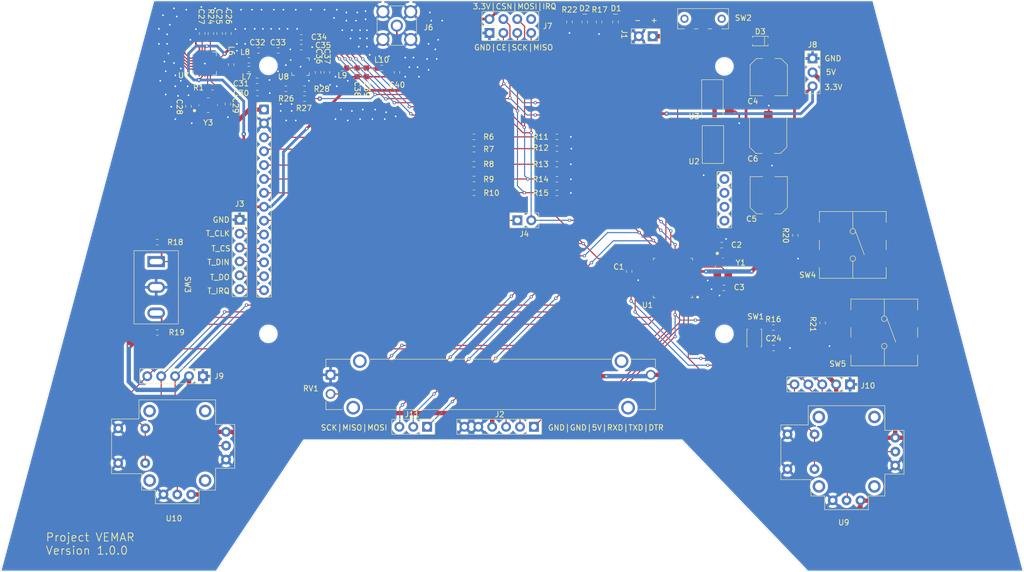
<source format=kicad_pcb>
(kicad_pcb (version 20241229) (generator "pcbnew") (generator_version "9.0")
  (layers (0 "F.Cu" signal) (2 "B.Cu" signal) (13 "F.Paste" user) (15 "B.Paste" user) (5 "F.SilkS" user "F.Silkscreen") (7 "B.SilkS" user "B.Silkscreen") (1 "F.Mask" user) (3 "B.Mask" user) (25 "Edge.Cuts" user))
  (net 0 "")
  (net 1 "+5V")
  (net 2 "Net-(U1-AREF)")
  (net 3 "GND")
  (net 4 "Net-(U1-PCINT7{slash}XTAL2{slash}TOSC2{slash}PB7)")
  (net 5 "Net-(U1-PCINT6{slash}XTAL1{slash}TOSC1{slash}PB6)")
  (net 6 "+BATTERY")
  (net 7 "+3.3V")
  (net 8 "Net-(C24-Pad2)")
  (net 9 "Net-(U7-DVDD)")
  (net 10 "Net-(U7-XC2)")
  (net 11 "Net-(U7-XC1)")
  (net 12 "Net-(U7-VDD_PA)")
  (net 13 "Net-(C32-Pad1)")
  (net 14 "Net-(U8-TXRX)")
  (net 15 "Net-(U8-ANT)")
  (net 16 "Net-(C38-Pad2)")
  (net 17 "Net-(J6-ANT)")
  (net 18 "Net-(D1-A)")
  (net 19 "Net-(D1-K)")
  (net 20 "Net-(D2-A)")
  (net 21 "Net-(D2-K)")
  (net 22 "Net-(J1-Pad1)")
  (net 23 "TXD")
  (net 24 "DTR")
  (net 25 "RXD")
  (net 26 "Net-(U4-T_IRQ)")
  (net 27 "Net-(U4-T_CS)")
  (net 28 "Net-(U4-T_DIN)")
  (net 29 "Net-(U4-T_CLK)")
  (net 30 "Net-(U4-T_DO)")
  (net 31 "MISO")
  (net 32 "Net-(U4-MISO)")
  (net 33 "SCK")
  (net 34 "MOSI")
  (net 35 "CE")
  (net 37 "CSN")
  (net 38 "Net-(U7-ANT1)")
  (net 39 "Net-(U7-ANT2)")
  (net 40 "Net-(U4-~{CS})")
  (net 41 "CS")
  (net 42 "RESET")
  (net 43 "Net-(U4-RESET)")
  (net 44 "Net-(U4-D{slash}~{C})")
  (net 45 "DC")
  (net 46 "Net-(U4-MOSI)")
  (net 47 "Net-(U4-SCK)")
  (net 48 "Net-(U1-PCINT20{slash}XCK{slash}T0{slash}PD4)")
  (net 49 "Net-(U1-PC3{slash}ADC3{slash}PCINT11)")
  (net 50 "Net-(U1-PCINT19{slash}OC2B{slash}INT1{slash}PD3)")
  (net 51 "JOY1-X")
  (net 52 "Net-(U7-IREF)")
  (net 53 "Net-(U8-TXEN)")
  (net 54 "Net-(U8-RXEN)")
  (net 55 "Net-(U1-PC4{slash}ADC4{slash}SDA{slash}PCINT12)")
  (net 56 "Net-(U1-PC5{slash}ADC5{slash}SCL{slash}PCINT13)")
  (net 57 "JOY1-Y")
  (net 58 "Net-(U1-ADC6)")
  (net 59 "Net-(U1-ADC7)")
  (net 60 "Net-(U1-PC2{slash}ADC2{slash}PCINT10)")
  (net 61 "JOY1-B")
  (footprint "common:C_D6.3xL5.4" (layer "F.Cu") (at 200.4 57.575 -90)
    (property "Reference" "C4")
    (property "Value" "100uF")
  )
  (footprint "common:C_0603" (layer "F.Cu") (at 106.95 58.25)
    (property "Reference" "C31")
    (property "Value" "4.7nF")
  )
  (footprint "common:C_0603" (layer "F.Cu") (at 107 60.5)
    (property "Reference" "C30")
    (property "Value" "2.2nF")
  )
  (footprint "common:C_0603" (layer "F.Cu") (at 115 52.1)
    (property "Reference" "C35")
    (property "Value" "1uF")
  )
  (footprint "common:C_0603" (layer "F.Cu") (at 118.09375 56.7 90)
    (property "Reference" "C36")
    (property "Value" "0.3pF")
  )
  (footprint "common:C_0603" (layer "F.Cu") (at 100.1 49.6 -90)
    (property "Reference" "C25")
    (property "Value" "10nF")
  )
  (footprint "common:R_0603" (layer "F.Cu") (at 161.7 68.5 180)
    (property "Reference" "R11")
    (property "Value" "2k")
  )
  (footprint "common:R_0603" (layer "F.Cu") (at 201.225 103.35)
    (property "Reference" "R16")
    (property "Value" "10k")
  )
  (footprint "common:C_0603" (layer "F.Cu") (at 101.7 49.6 -90)
    (property "Reference" "C26")
    (property "Value" "1nF")
  )
  (footprint "common:R_0603" (layer "F.Cu") (at 115.6 61.5 180)
    (property "Reference" "R27")
    (property "Value" "1k")
  )
  (footprint "connector:Pin_01x02" (layer "F.Cu") (at 179.2 50.1 -90)
    (property "Reference" "J1")
    (property "Value" "01x02")
  )
  (footprint "common:R_0603" (layer "F.Cu") (at 205.25 86.5 90)
    (property "Reference" "R20")
    (property "Value" "10k")
  )
  (footprint "common:C_0603" (layer "F.Cu") (at 96.9 49.6 90)
    (property "Reference" "C27")
    (property "Value" "33nF")
  )
  (footprint "common:LED_0603" (layer "F.Cu") (at 172.4 47.5 -90)
    (property "Reference" "D1")
    (property "Value" "Red")
  )
  (footprint "common:R_0603" (layer "F.Cu") (at 146.55 78.7 180)
    (property "Reference" "R10")
    (property "Value" "1k")
  )
  (footprint "common:R_0603" (layer "F.Cu") (at 98.8 59.4)
    (property "Reference" "R1")
    (property "Value" "1M")
  )
  (footprint "common:C_0603" (layer "F.Cu") (at 126.89375 56.7 90)
    (property "Reference" "C39")
    (property "Value" "1.5pF")
  )
  (footprint "common:R_0603" (layer "F.Cu") (at 161.7 70.65 180)
    (property "Reference" "R12")
    (property "Value" "2k")
  )
  (footprint "switch:SW_Tactile12x12" (layer "F.Cu") (at 221.5 104.25)
    (property "Reference" "SW5")
    (property "Value" "SW")
  )
  (footprint "common:L_0603" (layer "F.Cu") (at 102.2 55.3 -90)
    (property "Reference" "L6")
    (property "Value" "8.2nH")
  )
  (footprint "common:R_0603" (layer "F.Cu") (at 161.7 73.5 180)
    (property "Reference" "R13")
    (property "Value" "2k")
  )
  (footprint "connector:Pin_01x05" (layer "F.Cu") (at 215.25 113.75 -90)
    (property "Reference" "J10")
    (property "Value" "01x05")
  )
  (footprint "misc:Joystick" (layer "F.Cu") (at 214.6048 126.155 90)
    (property "Reference" "U9")
    (property "Value" "Joystick")
  )
  (footprint "common:LED_0603" (layer "F.Cu") (at 166.8 47.5 -90)
    (property "Reference" "D2")
    (property "Value" "~")
  )
  (footprint "switch:SW_Tactile3x2.5" (layer "F.Cu") (at 197.75 105.25 90)
    (property "Reference" "SW1")
    (property "Value" "Reset")
  )
  (footprint "common:L_0603" (layer "F.Cu") (at 129.69375 55.9125)
    (property "Reference" "L10")
    (property "Value" "2.4nH")
  )
  (footprint "common:R_0603" (layer "F.Cu") (at 98.5 49.6 -90)
    (property "Reference" "R24")
    (property "Value" "22k")
  )
  (footprint "common:C_0603" (layer "F.Cu") (at 110.8 52.7 180)
    (property "Reference" "C33")
    (property "Value" "1.0pF")
  )
  (footprint "common:Crystal_3225" (layer "F.Cu") (at 192 92.3 -90)
    (property "Reference" "Y1")
    (property "Value" "16MHz")
  )
  (footprint "regulator:AMS1117-SOT223" (layer "F.Cu") (at 190.2 69.9 90)
    (property "Reference" "U2")
    (property "Value" "AMS1117-5.0")
  )
  (footprint "connector:Pin_01x05" (layer "F.Cu") (at 97.04 112.25 -90)
    (property "Reference" "J9")
    (property "Value" "01x05")
  )
  (footprint "common:C_0603" (layer "F.Cu") (at 107.2 52.7)
    (property "Reference" "C32")
    (property "Value" "1.5pF")
  )
  (footprint "display:ILI9341" (layer "F.Cu") (at 150.65 80.01 -90)
    (property "Reference" "U4" (hide yes))
    (property "Value" "ILI9341")
    (fp_circle (center -24.5 41.65) (end -23 41.65) (stroke (width 0.05)) (fill no) (layer "Edge.Cuts"))
    (fp_circle (center 24.5 41.65) (end 26 41.65) (stroke (width 0.05)) (fill no) (layer "Edge.Cuts"))
    (fp_circle (center -24.4 -41.65) (end -22.9 -41.65) (stroke (width 0.05)) (fill no) (layer "Edge.Cuts"))
    (fp_circle (center 24.5 -41.65) (end 26 -41.65) (stroke (width 0.05)) (fill no) (layer "Edge.Cuts"))
  )
  (footprint "common:L_0603" (layer "F.Cu") (at 122.49375 55.9125)
    (property "Reference" "L9")
    (property "Value" "2.4nH")
  )
  (footprint "connector:Pin_01x03" (layer "F.Cu") (at 208.4 54.16)
    (property "Reference" "J8")
    (property "Value" "01x03")
  )
  (footprint "common:R_0603" (layer "F.Cu") (at 146.55 76.2 180)
    (property "Reference" "R9")
    (property "Value" "1k")
  )
  (footprint "connector:Pin_01x02" (layer "F.Cu") (at 154.48 83.75 90)
    (property "Reference" "J4")
    (property "Value" "01x02")
  )
  (footprint "switch:SW_Tactile12x12" (layer "F.Cu") (at 215.75 88.25)
    (property "Reference" "SW4")
    (property "Value" "SW")
  )
  (footprint "common:C_D6.3xL5.4" (layer "F.Cu") (at 200.4 79.175 90)
    (property "Reference" "C5")
    (property "Value" "22uF")
  )
  (footprint "connector:SMA" (layer "F.Cu") (at 132.46 48.16)
    (property "Reference" "J6")
    (property "Value" "SMA")
  )
  (footprint "connector:Pin_01x03" (layer "F.Cu") (at 138 121.5 -90)
    (property "Reference" "J11")
    (property "Value" "01x03")
  )
  (footprint "connector:Pin_01x06" (layer "F.Cu") (at 157.5 121.5 -90)
    (property "Reference" "J2")
    (property "Value" "01x06")
  )
  (footprint "common:R_0603" (layer "F.Cu") (at 161.7 76.25 180)
    (property "Reference" "R14")
    (property "Value" "2k")
  )
  (footprint "common:Crystal_3225" (layer "F.Cu") (at 98 62.7)
    (property "Reference" "Y3")
    (property "Value" "16MHz" (hide yes))
  )
  (footprint "regulator:AMS1117-SOT223" (layer "F.Cu") (at 190.1 61.5 90)
    (property "Reference" "U3")
    (property "Value" "AMS1117-3.3")
  )
  (footprint "common:SW_Toggle" (layer "F.Cu") (at 88.5 96 -90)
    (property "Reference" "SW3")
    (property "Value" "SW_SPDT")
  )
  (footprint "common:R_0603" (layer "F.Cu") (at 146.55 68.5 180)
    (property "Reference" "R6")
    (property "Value" "1k")
  )
  (footprint "transceiver:NRF24L01_QFN20" (layer "F.Cu") (at 97.4 55.1)
    (property "Reference" "U7")
    (property "Value" "NRF24L01")
  )
  (footprint "common:R_0603" (layer "F.Cu") (at 164 47.5 90)
    (property "Reference" "R22")
    (property "Value" "330")
  )
  (footprint "transceiver:RFX2401C_QFN16" (layer "F.Cu") (at 114.86875 55.6625)
    (property "Reference" "U8")
    (property "Value" "RFX2401C")
  )
  (footprint "common:R_0603" (layer "F.Cu") (at 169.4 47.5 90)
    (property "Reference" "R17")
    (property "Value" "1k")
  )
  (footprint "common:C_0603" (layer "F.Cu") (at 191.8 88.3 180)
    (property "Reference" "C2")
    (property "Value" "22pF")
  )
  (footprint "common:C_0603" (layer "F.Cu") (at 119.68125 56.7 90)
    (property "Reference" "C37")
    (property "Value" "1.5pF")
  )
  (footprint "common:D_SOD123" (layer "F.Cu") (at 198.85 50.975 180)
    (property "Reference" "D3")
    (property "Value" "Diode")
  )
  (footprint "common:C_0603" (layer "F.Cu") (at 115 50.3)
    (property "Reference" "C34")
    (property "Value" "220pF")
  )
  (footprint "common:C_D6.3xL5.4" (layer "F.Cu") (at 200.3 68.125 90)
    (property "Reference" "C6")
    (property "Value" "22uF")
  )
  (footprint "misc:Joystick" (layer "F.Cu") (at 92.3548 125.075 90)
    (property "Reference" "U10")
    (property "Value" "Joystick")
  )
  (footprint "common:L_0603" (layer "F.Cu") (at 105.45 54.5)
    (property "Reference" "L8")
    (property "Value" "3.9nH")
  )
  (footprint "common:C_0603" (layer "F.Cu") (at 101.6 62.5 90)
    (property "Reference" "C29")
    (property "Value" "22pF")
  )
  (footprint "connector:Pin_01x06" (layer "F.Cu") (at 103.75 83.65)
    (property "Reference" "J3")
    (property "Value" "01x06")
  )
  (footprint "common:R_0603" (layer "F.Cu") (at 146.55 70.75 180)
    (property "Reference" "R7")
    (property "Value" "1k")
  )
  (footprint "common:R_0603" (layer "F.Cu") (at 161.7 78.75 180)
    (property "Reference" "R15")
    (property "Value" "2k")
  )
  (footprint "common:R_0603" (layer "F.Cu") (at 146.55 73.5 180)
    (property "Reference" "R8")
    (property "Value" "1k")
  )
  (footprint "common:RV_45" (layer "F.Cu") (at 149.6 113.75)
    (property "Reference" "RV1")
    (property "Value" "Potentiometer")
  )
  (footprint "common:C_0603" (layer "F.Cu") (at 174.9 93.1 -90)
    (property "Reference" "C1")
    (property "Value" "100nF")
  )
  (footprint "common:R_0603" (layer "F.Cu") (at 88.7 87.75 180)
    (property "Reference" "R18")
    (property "Value" "10k")
  )
  (footprint "common:R_0603" (layer "F.Cu") (at 88.7 104.25 180)
    (property "Reference" "R19")
    (property "Value" "10k")
  )
  (footprint "common:C_0603" (layer "F.Cu") (at 192.2 96.1)
    (property "Reference" "C3")
    (property "Value" "22pF")
  )
  (footprint "common:C_0603" (layer "F.Cu") (at 94.4 62.9 -90)
    (property "Reference" "C28")
    (property "Value" "22pF")
  )
  (footprint "common:R_0603" (layer "F.Cu") (at 112.2 59.7)
    (property "Reference" "R26")
    (property "Value" "1k")
  )
  (footprint "common:C_0603" (layer "F.Cu") (at 201.275 107.1 180)
    (property "Reference" "C24")
    (property "Value" "100nF")
  )
  (footprint "connector:Pin_02x04" (layer "F.Cu") (at 149.38 49.5 90)
    (property "Reference" "J7")
    (property "Value" "02x04")
  )
  (footprint "common:R_0603" (layer "F.Cu") (at 210.25 102.5 -90)
    (property "Reference" "R21")
    (property "Value" "10k")
  )
  (footprint "common:L_0603" (layer "F.Cu") (at 105.45 56.1)
    (property "Reference" "L7")
    (property "Value" "2.7nH")
  )
  (footprint "common:R_0603" (layer "F.Cu") (at 115.6 59.7 180)
    (property "Reference" "R28")
    (property "Value" "20k")
  )
  (footprint "common:C_0603" (layer "F.Cu") (at 125.2 56.7 90)
    (property "Reference" "C38")
    (property "Value" "1.5pF")
  )
  (footprint "microchip:ATmega328p_TQFP" (layer "F.Cu") (at 182.9 94.3 180)
    (property "Reference" "U1")
    (property "Value" "ATmega328P")
  )
  (footprint "common:C_0603" (layer "F.Cu") (at 132.49375 56.7 90)
    (property "Reference" "C40")
    (property "Value" "1.5pF")
  )
  (footprint "switch:SW_Slide9.1x3.5" (layer "F.Cu") (at 188.4 46.9)
    (property "Reference" "SW2")
    (property "Value" "Power")
  )
  (gr_line (start 219.5 43.5) (end 247 148) (stroke (width 0.05)) (layer "Edge.Cuts"))
  (gr_line (start 99.5 148) (end 60 148) (stroke (width 0.05)) (layer "Edge.Cuts"))
  (gr_line (start 207.5 148) (end 184.5 124) (stroke (width 0.05)) (layer "Edge.Cuts"))
  (gr_line (start 184.5 124) (end 115.5 124) (stroke (width 0.05)) (layer "Edge.Cuts"))
  (gr_line (start 115.5 124) (end 99.5 148) (stroke (width 0.05)) (layer "Edge.Cuts"))
  (gr_line (start 88 43.5) (end 219.5 43.5) (stroke (width 0.05)) (layer "Edge.Cuts"))
  (gr_line (start 60 148) (end 88 43.5) (stroke (width 0.05)) (layer "Edge.Cuts"))
  (gr_line (start 247 148) (end 207.5 148) (stroke (width 0.05)) (layer "Edge.Cuts"))
  (gr_text "GND" (at 210.5 54.75 0) (layer "F.SilkS") (effects (font (size 1 1)) (justify left bottom)))
  (gr_text "T_CS" (at 98.5 89.5 0) (layer "F.SilkS") (effects (font (size 1 1)) (justify left bottom)))
  (gr_text "T_DIN" (at 97.75 92 0) (layer "F.SilkS") (effects (font (size 1 1)) (justify left bottom)))
  (gr_text "T_IRQ" (at 97.75 97.25 0) (layer "F.SilkS") (effects (font (size 1 1)) (justify left bottom)))
  (gr_text "GND|GND|5V|RXD|TXD|DTR" (at 160 122.25 0) (layer "F.SilkS") (effects (font (size 1 1)) (justify left bottom)))
  (gr_text "GND" (at 98.75 84.25 0) (layer "F.SilkS") (effects (font (size 1 1)) (justify left bottom)))
  (gr_text "GND|CE|SCK|MISO" (at 146.5 52.75 0) (layer "F.SilkS") (effects (font (size 1 1)) (justify left bottom)))
  (gr_text "T_CLK" (at 97.5 86.75 0) (layer "F.SilkS") (effects (font (size 1 1)) (justify left bottom)))
  (gr_text "5V" (at 210.75 57.25 0) (layer "F.SilkS") (effects (font (size 1 1)) (justify left bottom)))
  (gr_text "3.3V|CSN|MOSI|IRQ" (at 146.25 45.25 0) (layer "F.SilkS") (effects (font (size 1 1)) (justify left bottom)))
  (gr_text "T_DO" (at 98.25 94.75 0) (layer "F.SilkS") (effects (font (size 1 1)) (justify left bottom)))
  (gr_text "SCK|MISO|MOSI" (at 118.5 122.25 0) (layer "F.SilkS") (effects (font (size 1 1)) (justify left bottom)))
  (gr_text "Project VEMAR\nVersion 1.0.0" (at 68.25 145 0) (layer "F.SilkS") (effects (font (size 1.5 1.5)) (justify left bottom)))
  (gr_text "+" (at 178.75 47.75 0) (layer "F.SilkS") (effects (font (size 1 1)) (justify left bottom)))
  (gr_text "3.3V" (at 210.5 60 0) (layer "F.SilkS") (effects (font (size 1 1)) (justify left bottom)))
  (gr_text "-" (at 175.75 47.75 0) (layer "F.SilkS") (effects (font (size 1 1)) (justify left bottom)))
  (segment (start 83.5 106.75) (end 83.75 106.75) (width 0.8) (layer "F.Cu") (net 1))
  (segment (start 182.5 93.1) (end 187.1 93.1) (width 0.5) (layer "F.Cu") (net 1))
  (segment (start 102.42 122.42) (end 104 124) (width 0.8) (layer "F.Cu") (net 1))
  (segment (start 211.25 70.975) (end 211.25 59.55) (width 0.8) (layer "F.Cu") (net 1))
  (segment (start 178.85 112) (end 181.75 112) (width 0.8) (layer "F.Cu") (net 1))
  (segment (start 200.4 81.825) (end 200.4 84.5) (width 0.2) (layer "F.Cu") (net 1))
  (segment (start 211.25 83.75) (end 211.25 70.975) (width 0.8) (layer "F.Cu") (net 1))
  (segment (start 226.5 129.75) (end 226.5 125) (width 0.8) (layer "F.Cu") (net 1))
  (segment (start 215.25 87.75) (end 211.25 83.75) (width 0.8) (layer "F.Cu") (net 1))
  (segment (start 156.75 112.25) (end 149.88 119.12) (width 0.8) (layer "F.Cu") (net 1))
  (segment (start 182.5 94) (end 182.5 93.1) (width 0.5) (layer "F.Cu") (net 1))
  (segment (start 94.75 68.25) (end 100.75 68.25) (width 0.8) (layer "F.Cu") (net 1))
  (segment (start 149.88 119) (end 129.25 119) (width 0.8) (layer "F.Cu") (net 1))
  (segment (start 170.75 112.25) (end 156.75 112.25) (width 0.8) (layer "F.Cu") (net 1))
  (segment (start 223.5 123.5) (end 219.5 123.5) (width 0.8) (layer "F.Cu") (net 1))
  (segment (start 226.5 125) (end 225 123.5) (width 0.8) (layer "F.Cu") (net 1))
  (segment (start 217.15 134.96) (end 217.19 135) (width 0.2) (layer "F.Cu") (net 1))
  (segment (start 223.5 123.5) (end 223.5 101) (width 0.8) (layer "F.Cu") (net 1))
  (segment (start 215.75 137.5) (end 217.15 136.1) (width 0.8) (layer "F.Cu") (net 1))
  (segment (start 217.15 136.1) (end 217.15 134.96) (width 0.8) (layer "F.Cu") (net 1))
  (segment (start 207.25 137.5) (end 215.75 137.5) (width 0.8) (layer "F.Cu") (net 1))
  (segment (start 187.1 94.7) (end 183.2 94.7) (width 0.5) (layer "F.Cu") (net 1))
  (segment (start 211.25 59.55) (end 208.4 56.7) (width 0.8) (layer "F.Cu") (net 1))
  (segment (start 219.5 123.5) (end 212.71 116.71) (width 0.8) (layer "F.Cu") (net 1))
  (segment (start 200.4 89.95) (end 200.4 81.825) (width 0.8) (layer "F.Cu") (net 1))
  (segment (start 200.4 81.825) (end 196 77.425) (width 0.8) (layer "F.Cu") (net 1))
  (segment (start 225 123.5) (end 223.5 123.5) (width 0.8) (layer "F.Cu") (net 1))
  (segment (start 183.2 94.7) (end 182.5 94) (width 0.5) (layer "F.Cu") (net 1))
  (segment (start 87.9 87.75) (end 87.9 75.1) (width 0.8) (layer "F.Cu") (net 1))
  (segment (start 83.5 90.5) (end 86.25 87.75) (width 0.8) (layer "F.Cu") (net 1))
  (segment (start 215.25 92.75) (end 215.25 87.75) (width 0.8) (layer "F.Cu") (net 1))
  (segment (start 104 124) (end 104 129) (width 0.8) (layer "F.Cu") (net 1))
  (segment (start 197.25 93.1) (end 200.4 89.95) (width 0.8) (layer "F.Cu") (net 1))
  (segment (start 104 129) (end 99.12 133.88) (width 0.8) (layer "F.Cu") (net 1))
  (segment (start 187.1 93.1) (end 188.951 93.1) (width 0.5) (layer "F.Cu") (net 1))
  (segment (start 174.9 92.3) (end 178.7 92.3) (width 0.5) (layer "F.Cu") (net 1))
  (segment (start 86.25 104.25) (end 87.9 104.25) (width 0.8) (layer "F.Cu") (net 1))
  (segment (start 181.7 92.3) (end 182.5 93.1) (width 0.5) (layer "F.Cu") (net 1))
  (segment (start 83.5 106.75) (end 83.5 90.5) (width 0.8) (layer "F.Cu") (net 1))
  (segment (start 200.4 84.5) (end 201.6 85.7) (width 0.8) (layer "F.Cu") (net 1))
  (segment (start 210.25 111.29) (end 210.25 103.55) (width 0.8) (layer "F.Cu") (net 1))
  (segment (start 178.7 92.3) (end 181.7 92.3) (width 0.5) (layer "F.Cu") (net 1))
  (segment (start 202.55 103.3) (end 210.25 103.3) (width 0.8) (layer "F.Cu") (net 1))
  (segment (start 87.9 75.1) (end 94.75 68.25) (width 0.8) (layer "F.Cu") (net 1))
  (segment (start 83.75 106.75) (end 86.25 104.25) (width 0.8) (layer "F.Cu") (net 1))
  (segment (start 223.5 101) (end 215.25 92.75) (width 0.8) (layer "F.Cu") (net 1))
  (segment (start 129.25 119) (end 125.83 122.42) (width 0.8) (layer "F.Cu") (net 1))
  (segment (start 97.67 122.42) (end 101.25 122.42) (width 0.8) (layer "F.Cu") (net 1))
  (segment (start 212.71 113.75) (end 210.25 111.29) (width 0.8) (layer "F.Cu") (net 1))
  (segment (start 221.25 135) (end 226.5 129.75) (width 0.8) (layer "F.Cu") (net 1))
  (segment (start 99.12 133.88) (end 94.9 133.88) (width 0.8) (layer "F.Cu") (net 1))
  (segment (start 149.88 121.5) (end 149.88 119) (width 0.8) (layer "F.Cu") (net 1))
  (segment (start 105.5 63.5) (end 108.2 63.5) (width 0.8) (layer "F.Cu") (net 1))
  (segment (start 100.75 68.25) (end 105.5 63.5) (width 0.8) (layer "F.Cu") (net 1))
  (segment (start 86.25 87.75) (end 87.9 87.75) (width 0.8) (layer "F.Cu") (net 1))
  (segment (start 181.75 112) (end 207.25 137.5) (width 0.8) (layer "F.Cu") (net 1))
  (segment (start 149.88 119.12) (end 149.88 121.5) (width 0.8) (layer "F.Cu") (net 1))
  (segment (start 94.5 112.25) (end 94.5 119.25) (width 0.8) (layer "F.Cu") (net 1))
  (segment (start 196 72.6) (end 193.3 69.9) (width 0.8) (layer "F.Cu") (net 1))
  (segment (start 196 77.425) (end 196 72.6) (width 0.8) (layer "F.Cu") (net 1))
  (segment (start 200.4 81.825) (end 211.25 70.975) (width 0.8) (layer "F.Cu") (net 1))
  (segment (start 94.5 119.25) (end 97.67 122.42) (width 0.8) (layer "F.Cu") (net 1))
  (segment (start 212.71 116.71) (end 212.71 113.75) (width 0.8) (layer "F.Cu") (net 1))
  (segment (start 125.83 122.42) (end 101.25 122.42) (width 0.8) (layer "F.Cu") (net 1))
  (segment (start 202.025 103.35) (end 202.275 103.35) (width 0.2) (layer "F.Cu") (net 1))
  (segment (start 217.19 135) (end 221.25 135) (width 0.8) (layer "F.Cu") (net 1))
  (segment (start 201.6 85.7) (end 205.25 85.7) (width 0.8) (layer "F.Cu") (net 1))
  (via (at 83.5 106.75) (size 0.8) (drill 0.3) (layers "F.Cu" "B.Cu") (net 1))
  (via (at 170.75 112.25) (size 0.8) (drill 0.3) (layers "F.Cu" "B.Cu") (net 1))
  (via (at 197.25 93.1) (size 0.8) (drill 0.3) (layers "F.Cu" "B.Cu") (net 1))
  (via (at 188.951 93.1) (size 0.8) (drill 0.3) (layers "F.Cu" "B.Cu") (net 1))
  (segment (start 178.85 112) (end 178.6 112.25) (width 0.8) (layer "B.Cu") (net 1))
  (segment (start 92 114.75) (end 94.5 112.25) (width 0.8) (layer "B.Cu") (net 1))
  (segment (start 85 114.75) (end 92 114.75) (width 0.8) (layer "B.Cu") (net 1))
  (segment (start 178.6 112.25) (end 170.75 112.25) (width 0.8) (layer "B.Cu") (net 1))
  (segment (start 83.5 106.75) (end 83.5 113.25) (width 0.8) (layer "B.Cu") (net 1))
  (segment (start 83.5 113.25) (end 85 114.75) (width 0.8) (layer "B.Cu") (net 1))
  (segment (start 188.951 93.1) (end 197.25 93.1) (width 0.8) (layer "B.Cu") (net 1))
  (segment (start 178.7 93.9) (end 174.9 93.9) (width 0.2) (layer "F.Cu") (net 2))
  (segment (start 132.49375 57.5) (end 132.5 57.5) (width 0.2) (layer "F.Cu") (net 3))
  (segment (start 95.75 49.95) (end 96.9 48.8) (width 0.3) (layer "F.Cu") (net 3))
  (segment (start 116.4 59.7) (end 116.4 58.25) (width 0.2) (layer "F.Cu") (net 3))
  (segment (start 119.68125 57.5) (end 118.09375 57.5) (width 0.3) (layer "F.Cu") (net 3))
  (segment (start 96.4 53.1) (end 96.4 54.1) (width 0.3) (layer "F.Cu") (net 3))
  (segment (start 115.8 50.3) (end 115.8 52.1) (width 0.3) (layer "F.Cu") (net 3))
  (segment (start 188.4 93.9) (end 189.25 94.75) (width 0.2) (layer "F.Cu") (net 3))
  (segment (start 125.2 57.5) (end 124.25 57.5) (width 0.3) (layer "F.Cu") (net 3))
  (segment (start 192.6 87.15) (end 192.6 88.3) (width 0.3) (layer "F.Cu") (net 3))
  (segment (start 114.61875 53.28125) (end 115.8 52.1) (width 0.3) (layer "F.Cu") (net 3))
  (segment (start 115.6 59.00625) (end 115.6 57.10625) (width 0.2) (layer "F.Cu") (net 3))
  (segment (start 115.11875 55.4125) (end 114.86875 55.6625) (width 0.2) (layer "F.Cu") (net 3))
  (segment (start 112.2 55.380025) (end 112.232475 55.4125) (width 0.2) (layer "F.Cu") (net 3))
  (segment (start 95.75 51.5) (end 95.75 49.95) (width 0.3) (layer "F.Cu") (net 3))
  (segment (start 193 91.1) (end 193 89.9) (width 0.3) (layer "F.Cu") (net 3))
  (segment (start 117 52.1) (end 117.2 52.1) (width 0.2) (layer "F.Cu") (net 3))
  (segment (start 113.44375 54.9125) (end 114.11875 54.9125) (width 0.2) (layer "F.Cu") (net 3))
  (segment (start 200.4 65.375) (end 200.3 65.475) (width 0.2) (layer "F.Cu") (net 3))
  (segment (start 115.61875 56.4125) (end 114.86875 55.6625) (width 0.2) (layer "F.Cu") (net 3))
  (segment (start 97.9 53.1) (end 97.9 54.6) (width 0.3) (layer "F.Cu") (net 3))
  (segment (start 101.6 63.3) (end 101.6 64.9) (width 0.3) (layer "F.Cu") (net 3))
  (segment (start 188.5 75.5) (end 188.5 74.25) (width 0.3) (layer "F.Cu") (net 3))
  (segment (start 96.4 54.1) (end 96.7 54.4) (width 0.2) (layer "F.Cu") (net 3))
  (segment (start 112.232475 55.4125) (end 113.44375 55.4125) (width 0.2) (layer "F.Cu") (net 3))
  (segment (start 188.5 74.25) (end 190.55 72.2) (width 0.3) (layer "F.Cu") (net 3))
  (segment (start 162.5 78.75) (end 164.25 78.75) (width 0.2) (layer "F.Cu") (net 3))
  (segment (start 125.2 57.5) (end 126.89375 57.5) (width 0.3) (layer "F.Cu") (net 3))
  (segment (start 115.6 57.10625) (end 115.61875 57.0875) (width 0.2) (layer "F.Cu") (net 3))
  (segment (start 162.5 76.25) (end 164.25 76.25) (width 0.2) (layer "F.Cu") (net 3))
  (segment (start 97.4 57.1) (end 97.4 55.1) (width 0.2) (layer "F.Cu") (net 3))
  (segment (start 191 94.7) (end 191.4 95.1) (width 0.3) (layer "F.Cu") (net 3))
  (segment (start 112.9 52.5) (end 112.7 52.7) (width 0.3) (layer "F.Cu") (net 3))
  (segment (start 200.4 60.225) (end 200.4 62.775) (width 0.3) (layer "F.Cu") (net 3))
  (segment (start 116.8375 54.9125) (end 117.5 54.25) (width 0.2) (layer "F.Cu") (net 3))
  (segment (start 113.44375 55.4125) (end 114.61875 55.4125) (width 0.2) (layer "F.Cu") (net 3))
  (segment (start 113 52.5) (end 112.9 52.5) (width 0.3) (layer "F.Cu") (net 3))
  (segment (start 114.49375 55.9125) (end 114.61875 55.9125) (width 0.2) (layer "F.Cu") (net 3))
  (segment (start 195 64.5) (end 194.3 63.8) (width 0.3) (layer "F.Cu") (net 3))
  (segment (start 116.29375 56.4125) (end 115.61875 56.4125) (width 0.2) (layer "F.Cu") (net 3))
  (segment (start 169.4 48.3) (end 169.4 49.7) (width 0.3) (layer "F.Cu") (net 3))
  (segment (start 94.4 60.9) (end 94.4 62.1) (width 0.3) (layer "F.Cu") (net 3))
  (segment (start 200.4 76.525) (end 200.4 74.35) (width 0.3) (layer "F.Cu") (net 3))
  (segment (start 191 93.5) (end 191 94.7) (width 0.3) (layer "F.Cu") (net 3))
  (segment (start 115.11875 55.9125) (end 114.86875 55.6625) (width 0.2) (layer "F.Cu") (net 3))
  (segment (start 101.7 48.8) (end 103 48.8) (width 0.3) (layer "F.Cu") (net 3))
  (segment (start 94.4 62.1) (end 95.2 62.1) (width 0.3) (layer "F.Cu") (net 3))
  (segment (start 116.29375 54.9125) (end 115.61875 54.9125) (width 0.2) (layer "F.Cu") (net 3))
  (segment (start 164 48.3) (end 164 49.5) (width 0.3) (layer "F.Cu") (net 3))
  (segment (start 97.9 54.6) (end 99.4 54.6) (width 0.3) (layer "F.Cu") (net 3))
  (segment (start 116.29375 56.4125) (end 117.00625 56.4125) (width 0.3) (layer "F.Cu") (net 3))
  (segment (start 191.4 95.1) (end 191.4 96.1) (width 0.3) (layer "F.Cu") (net 3))
  (segment (start 192.6 89.5) (end 192.6 88.3) (width 0.3) (layer "F.Cu") (net 3))
  (segment (start 96.4 52.15) (end 95.75 51.5) (width 0.3) (layer "F.Cu") (net 3))
  (segment (start 100.8 63.3) (end 100.4 63.7) (width 0.3) (layer "F.Cu") (net 3))
  (segment (start 114.5 55.29375) (end 114.86875 55.6625) (width 0.2) (layer "F.Cu") (net 3))
  (segment (start 112.7 52.7) (end 111.6 52.7) (width 0.3) (layer "F.Cu") (net 3))
  (segment (start 111.75 52.85) (end 111.6 52.7) (width 0.3) (layer "F.Cu") (net 3))
  (segment (start 132.49375 57.5) (end 126.89375 57.5) (width 0.3) (layer "F.Cu") (net 3))
  (segment (start 124.25 57.5) (end 123.5 58.25) (width 0.3) (layer "F.Cu") (net 3))
  (segment (start 96.9 48.8) (end 96.9 48.4) (width 0.2) (layer "F.Cu") (net 3))
  (segment (start 113.44375 55.9125) (end 114.49375 55.9125) (width 0.2) (layer "F.Cu") (net 3))
  (segment (start 115.1625 55.36875) (end 114.86875 55.6625) (width 0.2) (layer "F.Cu") (net 3))
  (segment (start 116.29375 54.9125) (end 116.8375 54.9125) (width 0.2) (layer "F.Cu") (net 3))
  (segment (start 132.5 57.5) (end 134 57.5) (width 0.3) (layer "F.Cu") (net 3))
  (segment (start 114.11875 54.9125) (end 114.5 55.29375) (width 0.2) (layer "F.Cu") (net 3))
  (segment (start 113.44375 54.9125) (end 112.9125 54.9125) (width 0.3) (layer "F.Cu") (net 3))
  (segment (start 193 89.9) (end 192.6 89.5) (width 0.3) (layer "F.Cu") (net 3))
  (segment (start 114.61875 55.9125) (end 114.86875 55.6625) (width 0.2) (layer "F.Cu") (net 3))
  (segment (start 101.6 63.3) (end 100.8 63.3) (width 0.3) (layer "F.Cu") (net 3))
  (segment (start 190.55 72.2) (end 193.3 72.2) (width 0.3) (layer "F.Cu") (net 3))
  (segment (start 121.25 57.5) (end 119.68125 57.5) (width 0.3) (layer "F.Cu") (net 3))
  (segment (start 112.232475 55.4125) (end 112.4125 55.4125) (width 0.2) (layer "F.Cu") (net 3))
  (segment (start 195 66) (end 195 64.5) (width 0.3) (layer "F.Cu") (net 3))
  (segment (start 116.29375 59.7) (end 115.6 59.00625) (width 0.2) (layer "F.Cu") (net 3))
  (segment (start 115.61875 54.9125) (end 115.1625 55.36875) (width 0.2) (layer "F.Cu") (net 3))
  (segment (start 98.5 48.8) (end 100.1 48.8) (width 0.3) (layer "F.Cu") (net 3))
  (segment (start 114.61875 55.4125) (end 114.86875 55.6625) (width 0.2) (layer "F.Cu") (net 3))
  (segment (start 189.09853 95.5) (end 187.1 95.5) (width 0.3) (layer "F.Cu") (net 3))
  (segment (start 211.5 106.75) (end 214.25 106.75) (width 0.3) (layer "F.Cu") (net 3))
  (segment (start 207.95 91.3) (end 208.5 90.75) (width 0.2) (layer "F.Cu") (net 3))
  (segment (start 107.8 60.5) (end 109.25 60.5) (width 0.3) (layer "F.Cu") (net 3))
  (segment (start 117.00625 56.4125) (end 118.09375 57.5) (width 0.3) (layer "F.Cu") (net 3))
  (segment (start 96.4 53.1) (end 96.4 52.15) (width 0.3) (layer "F.Cu") (net 3))
  (segment (start 194.3 63.8) (end 193.2 63.8) (width 0.3) (layer "F.Cu") (net 3))
  (segment (start 200.4 74.35) (end 201 73.75) (width 0.3) (layer "F.Cu") (net 3))
  (segment (start 178.7 94.7) (end 176.55 94.7) (width 0.3) (layer "F.Cu") (net 3))
  (segment (start 98.5 48.8) (end 96.9 48.8) (width 0.3) (layer "F.Cu") (net 3))
  (segment (start 189.944315 96.345786) (end 189.09853 95.5) (width 0.3) (layer "F.Cu") (net 3))
  (segment (start 202.075 107.1) (end 204.275 107.1) (width 0.3) (layer "F.Cu") (net 3))
  (segment (start 115.11875 57.0875) (end 115.11875 55.9125) (width 0.2) (layer "F.Cu") (net 3))
  (segment (start 95.2 62.1) (end 95.6 61.7) (width 0.3) (layer "F.Cu") (net 3))
  (segment (start 114.61875 54.2375) (end 114.61875 55.4125) (width 0.2) (layer "F.Cu") (net 3))
  (segment (start 208.5 90.75) (end 205.75 90.75) (width 0.3) (layer "F.Cu") (net 3))
  (segment (start 115.61875 57.0875) (end 115.61875 56.4125) (width 0.2) (layer "F.Cu") (net 3))
  (segment (start 115.8 52.1) (end 117 52.1) (width 0.3) (layer "F.Cu") (net 3))
  (segment (start 162.5 73.5) (end 164.25 73.5) (width 0.2) (layer "F.Cu") (net 3))
  (segment (start 191.4 96.1) (end 191.4 97.5) (width 0.3) (layer "F.Cu") (net 3))
  (segment (start 187.1 93.9) (end 188.4 93.9) (width 0.2) (layer "F.Cu") (net 3))
  (segment (start 100.4 63.7) (end 99.2 63.7) (width 0.3) (layer "F.Cu") (net 3))
  (segment (start 162.5 70.65) (end 164.35 70.65) (width 0.2) (layer "F.Cu") (net 3))
  (segment (start 101.7 48.8) (end 100.1 48.8) (width 0.3) (layer "F.Cu") (net 3))
  (segment (start 114.61875 54.2375) (end 114.61875 53.28125) (width 0.3) (layer "F.Cu") (net 3))
  (segment (start 107.8 58.1) (end 109.2 58.1) (width 0.3) (layer "F.Cu") (net 3))
  (segment (start 200.4 62.775) (end 200.4 65.375) (width 0.3) (layer "F.Cu") (net 3))
  (segment (start 116.29375 55.4125) (end 115.11875 55.4125) (width 0.2) (layer "F.Cu") (net 3))
  (segment (start 95.6 61.7) (end 96.8 61.7) (width 0.3) (layer "F.Cu") (net 3))
  (segment (start 96.9 48.8) (end 95.75 48.8) (width 0.3) (layer "F.Cu") (net 3))
  (segment (start 112.9125 54.9125) (end 111.75 53.75) (width 0.3) (layer "F.Cu") (net 3))
  (segment (start 162.5 68.5) (end 164.25 68.5) (width 0.2) (layer "F.Cu") (net 3))
  (segment (start 111.75 53.75) (end 111.75 52.85) (width 0.3) (layer "F.Cu") (net 3))
  (via (at 104.75 48.75) (size 0.6) (drill 0.3) (layers "F.Cu" "B.Cu") (net 3))
  (via (at 127.5 53.5) (size 0.6) (drill 0.3) (layers "F.Cu" "B.Cu") (net 3))
  (via (at 93 56) (size 0.6) (drill 0.3) (layers "F.Cu" "B.Cu") (net 3))
  (via (at 126.75 47) (size 0.6) (drill 0.3) (layers "F.Cu" "B.Cu") (net 3))
  (via (at 91.75 45) (size 0.6) (drill 0.3) (layers "F.Cu" "B.Cu") (net 3))
  (via (at 94.25 59.25) (size 0.6) (drill 0.3) (layers "F.Cu" "B.Cu") (net 3))
  (via (at 127 50.5) (size 0.6) (drill 0.3) (layers "F.Cu" "B.Cu") (net 3))
  (via (at 134 57.5) (size 0.8) (drill 0.3) (layers "F.Cu" "B.Cu") (net 3))
  (via (at 191.4 97.5) (size 0.8) (drill 0.3) (layers "F.Cu" "B.Cu") (net 3))
  (via (at 111.25 63.75) (size 0.6) (drill 0.3) (layers "F.Cu" "B.Cu") (net 3))
  (via (at 140 50.75) (size 0.6) (drill 0.3) (layers "F.Cu" "B.Cu") (net 3))
  (via (at 204.275 107.1) (size 0.6) (drill 0.3) (layers "F.Cu" "B.Cu") (net 3))
  (via (at 92.5 61) (size 0.6) (drill 0.3) (layers "F.Cu" "B.Cu") (net 3))
  (via (at 125.75 50.5) (size 0.6) (drill 0.3) (layers "F.Cu" "B.Cu") (net 3))
  (via (at 211.5 106.75) (size 0.6) (drill 0.3) (layers "F.Cu" "B.Cu") (net 3))
  (via (at 94.4 60.9) (size 0.8) (drill 0.3) (layers "F.Cu" "B.Cu") (net 3))
  (via (at 164.35 70.65) (size 0.8) (drill 0.3) (layers "F.Cu" "B.Cu") (net 3))
  (via (at 116.4 58.25) (size 0.8) (drill 0.3) (layers "F.Cu" "B.Cu") (net 3))
  (via (at 97.4 55.1) (size 0.6) (drill 0.3) (layers "F.Cu" "B.Cu") (net 3))
  (via (at 90.5 51.5) (size 0.6) (drill 0.3) (layers "F.Cu" "B.Cu") (net 3))
  (via (at 108 48.75) (size 0.6) (drill 0.3) (layers "F.Cu" "B.Cu") (net 3))
  (via (at 122.5 49) (size 0.6) (drill 0.3) (layers "F.Cu" "B.Cu") (net 3))
  (via (at 90 54.75) (size 0.6) (drill 0.3) (layers "F.Cu" "B.Cu") (net 3))
  (via (at 109.25 60.5) (size 0.8) (drill 0.3) (layers "F.Cu" "B.Cu") (net 3))
  (via (at 125.25 45.75) (size 0.6) (drill 0.3) (layers "F.Cu" "B.Cu") (net 3))
  (via (at 124.25 49) (size 0.6) (drill 0.3) (layers "F.Cu" "B.Cu") (net 3))
  (via (at 122.25 63.5) (size 0.6) (drill 0.3) (layers "F.Cu" "B.Cu") (net 3))
  (via (at 89 51.5) (size 0.6) (drill 0.3) (layers "F.Cu" "B.Cu") (net 3))
  (via (at 92 59.25) (size 0.6) (drill 0.3) (layers "F.Cu" "B.Cu") (net 3))
  (via (at 110 45.25) (size 0.6) (drill 0.3) (layers "F.Cu" "B.Cu") (net 3))
  (via (at 113.25 62.5) (size 0.6) (drill 0.3) (layers "F.Cu" "B.Cu") (net 3))
  (via (at 164.25 76.25) (size 0.8) (drill 0.3) (layers "F.Cu" "B.Cu") (net 3))
  (via (at 134.75 55.75) (size 0.6) (drill 0.3) (layers "F.Cu" "B.Cu") (net 3))
  (via (at 121 46.75) (size 0.6) (drill 0.3) (layers "F.Cu" "B.Cu") (net 3))
  (via (at 164 49.5) (size 0.8) (drill 0.3) (layers "F.Cu" "B.Cu") (net 3))
  (via (at 125 47.25) (size 0.6) (drill 0.3) (layers "F.Cu" "B.Cu") (net 3))
  (via (at 189.944315 96.345786) (size 0.8) (drill 0.3) (layers "F.Cu" "B.Cu") (net 3))
  (via (at 114 45.25) (size 0.6) (drill 0.3) (layers "F.Cu" "B.Cu") (net 3))
  (via (at 106 45.25) (size 0.6) (drill 0.3) (layers "F.Cu" "B.Cu") (net 3))
  (via (at 119 53.25) (size 0.6) (drill 0.3) (layers "F.Cu" "B.Cu") (net 3))
  (via (at 94 45.25) (size 0.6) (drill 0.3) (layers "F.Cu" "B.Cu") (net 3))
  (via (at 92 65.25) (size 0.6) (drill 0.3) (layers "F.Cu" "B.Cu") (net 3))
  (via (at 135.5 54) (size 0.6) (drill 0.3) (layers "F.Cu" "B.Cu") (net 3))
  (via (at 123.25 47.25) (size 0.6) (drill 0.3) (layers "F.Cu" "B.Cu") (net 3))
  (via (at 103.25 51.5) (size 0.6) (drill 0.3) (layers "F.Cu" "B.Cu") (net 3))
  (via (at 188.5 75.5) (size 0.8) (drill 0.3) (layers "F.Cu" "B.Cu") (net 3))
  (via (at 101.6 64.9) (size 0.8) (drill 0.3) (layers "F.Cu" "B.Cu") (net 3))
  (via (at 164.25 78.75) (size 0.8) (drill 0.3) (layers "F.Cu" "B.Cu") (net 3))
  (via (at 127 49) (size 0.6) (drill 0.3) (layers "F.Cu" "B.Cu") (net 3))
  (via (at 112.5 48.75) (size 0.6) (drill 0.3) (layers "F.Cu" "B.Cu") (net 3))
  (via (at 91.75 55) (size 0.6) (drill 0.3) (layers "F.Cu" "B.Cu") (net 3))
  (via (at 128 65.25) (size 0.6) (drill 0.3) (layers "F.Cu" "B.Cu") (net 3))
  (via (at 90.25 60.75) (size 0.6) (drill 0.3) (layers "F.Cu" "B.Cu") (net 3))
  (via (at 134 54) (size 0.6) (drill 0.3) (layers "F.Cu" "B.Cu") (net 3))
  (via (at 138.5 45.75) (size 0.6) (drill 0.3) (layers "F.Cu" "B.Cu") (net 3))
  (via (at 117.5 54.25) (size 0.8) (drill 0.3) (layers "F.Cu" "B.Cu") (net 3))
  (via (at 101.5 45) (size 0.6) (drill 0.3) (layers "F.Cu" "B.Cu") (net 3))
  (via (at 94.75 50.75) (size 0.6) (drill 0.3) (layers "F.Cu" "B.Cu") (net 3))
  (via (at 126.25 63.5) (size 0.6) (drill 0.3) (layers "F.Cu" "B.Cu") (net 3))
  (via (at 126.75 45.5) (size 0.6) (drill 0.3) (layers "F.Cu" "B.Cu") (net 3))
  (via (at 128.5 63.5) (size 0.6) (drill 0.3) (layers "F.Cu" "B.Cu") (net 3))
  (via (at 109.2 58.1) (size 0.8) (drill 0.3) (layers "F.Cu" "B.Cu") (net 3))
  (via (at 140.75 47.25) (size 0.6) (drill 0.3) (layers "F.Cu" "B.Cu") (net 3))
  (via (at 89.25 58.25) (size 0.6) (drill 0.3) (layers "F.Cu" "B.Cu") (net 3))
  (via (at 138.25 51.5) (size 0.6) (drill 0.3) (layers "F.Cu" "B.Cu") (net 3))
  (via (at 121.5 59.25) (size 0.6) (drill 0.3) (layers "F.Cu" "B.Cu") (net 3))
  (via (at 120.25 59) (size 0.6) (drill 0.3) (layers "F.Cu" "B.Cu") (net 3))
  (via (at 125.5 52) (size 0.6) (drill 0.3) (layers "F.Cu" "B.Cu") (net 3))
  (via (at 92.25 46.5) (size 0.6) (drill 0.3) (layers "F.Cu" "B.Cu") (net 3))
  (via (at 125.75 49) (size 0.6) (drill 0.3) (layers "F.Cu" "B.Cu") (net 3))
  (via (at 114 65.5) (size 0.6) (drill 0.3) (layers "F.Cu" "B.Cu") (net 3))
  (via (at 132.25 64.75) (size 0.6) (drill 0.3) (layers "F.Cu" "B.Cu") (net 3))
  (via (at 121.5 45.25) (size 0.6) (drill 0.3) (layers "F.Cu" "B.Cu") (net 3))
  (via (at 189.25 94.75) (size 0.8) (drill 0.3) (layers "F.Cu" "B.Cu") (net 3))
  (via (at 119.25 45.25) (size 0.6) (drill 0.3) (layers "F.Cu" "B.Cu") (net 3))
  (via (at 93 58.25) (size 0.6) (drill 0.3) (layers "F.Cu" "B.Cu") (net 3))
  (via (at 127 52) (size 0.6) (drill 0.3) (layers "F.Cu" "B.Cu") (net 3))
  (via (at 112.25 65.5) (size 0.6) (drill 0.3) (layers "F.Cu" "B.Cu") (net 3))
  (via (at 121.25 57.5) (size 0.8) (drill 0.3) (layers "F.Cu" "B.Cu") (net 3))
  (via (at 124.25 63.75) (size 0.6) (drill 0.3) (layers "F.Cu" "B.Cu") (net 3))
  (via (at 89.75 46.25) (size 0.6) (drill 0.3) (layers "F.Cu" "B.Cu") (net 3))
  (via (at 96.75 44.75) (size 0.6) (drill 0.3) (layers "F.Cu" "B.Cu") (net 3))
  (via (at 111.75 45.25) (size 0.6) (drill 0.3) (layers "F.Cu" "B.Cu") (net 3))
  (via (at 90.5 49.75) (size 0.6) (drill 0.3) (layers "F.Cu" "B.Cu") (net 3))
  (via (at 112.2 55.380025) (size 0.8) (drill 0.3) (layers "F.Cu" "B.Cu") (net 3))
  (via (at 200.4 62.775) (size 0.8) (drill 0.3) (layers "F.Cu" "B.Cu") (net 3))
  (via (at 104 45.25) (size 0.6) (drill 0.3) (layers "F.Cu" "B.Cu") (net 3))
  (via (at 116.75 45.25) (size 0.6) (drill 0.3) (layers "F.Cu" "B.Cu") (net 3))
  (via (at 201 73.75) (size 0.8) (drill 0.3) (layers "F.Cu" "B.Cu") (net 3))
  (via (at 169.4 49.7) (size 0.8) (drill 0.3) (layers "F.Cu" "B.Cu") (net 3))
  (via (at 121.25 65.25) (size 0.6) (drill 0.3) (layers "F.Cu" "B.Cu") (net 3))
  (via (at 130.5 64) (size 0.6) (drill 0.3) (layers "F.Cu" "B.Cu") (net 3))
  (via (at 124 50.5) (size 0.6) (drill 0.3) (layers "F.Cu" "B.Cu") (net 3))
  (via (at 95 66) (size 0.6) (drill 0.3) (layers "F.Cu" "B.Cu") (net 3))
  (via (at 176.55 94.7) (size 0.6) (drill 0.3) (layers "F.Cu" "B.Cu") (net 3))
  (via (at 195 66) (size 0.8) (drill 0.3) (layers "F.Cu" "B.Cu") (net 3))
  (via (at 117 52.1) (size 0.8) (drill 0.3) (layers "F.Cu" "B.Cu") (net 3))
  (via (at 111 48.75) (size 0.6) (drill 0.3) (layers "F.Cu" "B.Cu") (net 3))
  (via (at 164.25 68.5) (size 0.8) (drill 0.3) (layers "F.Cu" "B.Cu") (net 3))
  (via (at 139.5 52.5) (size 0.6) (drill 0.3) (layers "F.Cu" "B.Cu") (net 3))
  (via (at 138 54.25) (size 0.6) (drill 0.3) (layers "F.Cu" "B.Cu") (net 3))
  (via (at 91.25 63) (size 0.6) (drill 0.3) (layers "F.Cu" "B.Cu") (net 3))
  (via (at 89 48.75) (size 0.6) (drill 0.3) (layers "F.Cu" "B.Cu") (net 3))
  (via (at 109.5 48.75) (size 0.6) (drill 0.3) (layers "F.Cu" "B.Cu") (net 3))
  (via (at 138.75 47.25) (size 0.6) (drill 0.3) (layers "F.Cu" "B.Cu") (net 3))
  (via (at 95.75 48.8) (size 0.8) (drill 0.3) (layers "F.Cu" "B.Cu") (net 3))
  (via (at 90.25 56.5) (size 0.6) (drill 0.3) (layers "F.Cu" "B.Cu") (net 3))
  (via (at 114.86875 55.6625) (size 0.6) (drill 0.3) (layers "F.Cu" "B.Cu") (net 3))
  (via (at 111.25 62.5) (size 0.6) (drill 0.3) (layers "F.Cu" "B.Cu") (net 3))
  (via (at 192.6 87.15) (size 0.6) (drill 0.3) (layers "F.Cu" "B.Cu") (net 3))
  (via (at 136.25 55.75) (size 0.6) (drill 0.3) (layers "F.Cu" "B.Cu") (net 3))
  (via (at 110.75 56.5) (size 0.6) (drill 0.3) (layers "F.Cu" "B.Cu") (net 3))
  (via (at 118.5 59) (size 0.6) (drill 0.3) (layers "F.Cu" "B.Cu") (net 3))
  (via (at 123.5 58.25) (size 0.8) (drill 0.3) (layers "F.Cu" "B.Cu") (net 3))
  (via (at 205.75 90.75) (size 0.8) (drill 0.3) (layers "F.Cu" "B.Cu") (net 3))
  (via (at 106.5 48.75) (size 0.6) (drill 0.3) (layers "F.Cu" "B.Cu") (net 3))
  (via (at 103.25 52.75) (size 0.6) (drill 0.3) (layers "F.Cu" "B.Cu") (net 3))
  (via (at 123.25 45.75) (size 0.6) (drill 0.3) (layers "F.Cu" "B.Cu") (net 3))
  (via (at 138.25 56.25) (size 0.6) (drill 0.3) (layers "F.Cu" "B.Cu") (net 3))
  (via (at 107.75 45.25) (size 0.6) (drill 0.3) (layers "F.Cu" "B.Cu") (net 3))
  (via (at 129.25 53.75) (size 0.6) (drill 0.3) (layers "F.Cu" "B.Cu") (net 3))
  (via (at 91 48) (size 0.6) (drill 0.3) (layers "F.Cu" "B.Cu") (net 3))
  (via (at 123.5 65.5) (size 0.6) (drill 0.3) (layers "F.Cu" "B.Cu") (net 3))
  (via (at 125.75 65.25) (size 0.6) (drill 0.3) (layers "F.Cu" "B.Cu") (net 3))
  (via (at 111.25 58) (size 0.6) (drill 0.3) (layers "F.Cu" "B.Cu") (net 3))
  (via (at 92 57.25) (size 0.6) (drill 0.3) (layers "F.Cu" "B.Cu") (net 3))
  (via (at 131 53.75) (size 0.6) (drill 0.3) (layers "F.Cu" "B.Cu") (net 3))
  (via (at 103 48.8) (size 0.8) (drill 0.3) (layers "F.Cu" "B.Cu") (net 3))
  (via (at 164.25 73.5) (size 0.8) (drill 0.3) (layers "F.Cu" "B.Cu") (net 3))
  (via (at 113 52.5) (size 0.8) (drill 0.3) (layers "F.Cu" "B.Cu") (net 3))
  (via (at 130.25 65.25) (size 0.6) (drill 0.3) (layers "F.Cu" "B.Cu") (net 3))
  (via (at 113.25 63.75) (size 0.6) (drill 0.3) (layers "F.Cu" "B.Cu") (net 3))
  (via (at 139.75 54.25) (size 0.6) (drill 0.3) (layers "F.Cu" "B.Cu") (net 3))
  (via (at 90.75 53.25) (size 0.6) (drill 0.3) (layers "F.Cu" "B.Cu") (net 3))
  (via (at 104.75 51.5) (size 0.6) (drill 0.3) (layers "F.Cu" "B.Cu") (net 3))
  (via (at 114.25 48.75) (size 0.6) (drill 0.3) (layers "F.Cu" "B.Cu") (net 3))
  (via (at 99.25 45) (size 0.6) (drill 0.3) (layers "F.Cu" "B.Cu") (net 3))
  (via (at 136.5 57.5) (size 0.6) (drill 0.3) (layers "F.Cu" "B.Cu") (net 3))
  (segment (start 191 91.1) (end 191 88.3) (width 0.2) (layer "F.Cu") (net 4))
  (segment (start 189.1 91.5) (end 187.1 91.5) (width 0.2) (layer "F.Cu") (net 4))
  (segment (start 191 91.1) (end 189.5 91.1) (width 0.2) (layer "F.Cu") (net 4))
  (segment (start 189.5 91.1) (end 189.1 91.5) (width 0.2) (layer "F.Cu") (net 4))
  (segment (start 187.1 92.3) (end 191.8 92.3) (width 0.2) (layer "F.Cu") (net 5))
  (segment (start 191.8 92.3) (end 193 93.5) (width 0.2) (layer "F.Cu") (net 5))
  (segment (start 193 96.1) (end 193 93.5) (width 0.2) (layer "F.Cu") (net 5))
  (segment (start 190.5 60.75) (end 192.05 59.2) (width 0.8) (layer "F.Cu") (net 6))
  (segment (start 192.1 67.6) (end 190.5 66) (width 0.8) (layer "F.Cu") (net 6))
  (segment (start 193.3 67.6) (end 192.1 67.6) (width 0.8) (layer "F.Cu") (net 6))
  (segment (start 192.05 59.2) (end 193.2 59.2) (width 0.8) (layer "F.Cu") (net 6))
  (segment (start 190.5 66) (end 190.5 60.75) (width 0.8) (layer "F.Cu") (net 6))
  (segment (start 198.625 56.7) (end 200.4 54.925) (width 0.8) (layer "F.Cu") (net 6))
  (segment (start 200.4 51.425) (end 200.4 54.925) (width 0.8) (layer "F.Cu") (net 6))
  (segment (start 195.6 56.7) (end 198.625 56.7) (width 0.8) (layer "F.Cu") (net 6))
  (segment (start 200.65 50.975) (end 200.65 51.175) (width 0.2) (layer "F.Cu") (net 6))
  (segment (start 193.2 59.2) (end 193.2 59.1) (width 0.2) (layer "F.Cu") (net 6))
  (segment (start 193.2 59.1) (end 195.6 56.7) (width 0.8) (layer "F.Cu") (net 6))
  (segment (start 200.65 51.175) (end 200.4 51.425) (width 0.2) (layer "F.Cu") (net 6))
  (segment (start 146.79 46.96) (end 149.38 46.96) (width 0.5) (layer "F.Cu") (net 7))
  (segment (start 101.7 52.6) (end 101.7 50.4) (width 0.5) (layer "F.Cu") (net 7))
  (segment (start 104.5 79.25) (end 106.53 81.28) (width 0.5) (layer "F.Cu") (net 7))
  (segment (start 159.75 44.75) (end 151.59 44.75) (width 0.5) (layer "F.Cu") (net 7))
  (segment (start 99.4 54.1) (end 100.2 54.1) (width 0.2) (layer "F.Cu") (net 7))
  (segment (start 144.75 49) (end 146.79 46.96) (width 0.5) (layer "F.Cu") (net 7))
  (segment (start 114.11875 53.25) (end 114.11875 52.58125) (width 0.2) (layer "F.Cu") (net 7))
  (segment (start 161 50.75) (end 161 46) (width 0.5) (layer "F.Cu") (net 7))
  (segment (start 161 46) (end 159.75 44.75) (width 0.5) (layer "F.Cu") (net 7))
  (segment (start 193.2 61.5) (end 195.25 61.5) (width 0.5) (layer "F.Cu") (net 7))
  (segment (start 181.75 64.25) (end 174.5 64.25) (width 0.5) (layer "F.Cu") (net 7))
  (segment (start 197.775 70.775) (end 200.3 70.775) (width 0.5) (layer "F.Cu") (net 7))
  (segment (start 195.25 61.5) (end 196.25 62.5) (width 0.5) (layer "F.Cu") (net 7))
  (segment (start 113.824 49.924) (end 114.2 50.3) (width 0.2) (layer "F.Cu") (net 7))
  (segment (start 202.525 70.775) (end 205.1 68.2) (width 0.5) (layer "F.Cu") (net 7))
  (segment (start 196.25 69.25) (end 197.775 70.775) (width 0.5) (layer "F.Cu") (net 7))
  (segment (start 114.11875 54.2375) (end 114.11875 53.25) (width 0.2) (layer "F.Cu") (net 7))
  (segment (start 96.3 58.1) (end 96.9 57.5) (width 0.2) (layer "F.Cu") (net 7))
  (segment (start 114.2 50.3) (end 114.2 52.1) (width 0.5) (layer "F.Cu") (net 7))
  (segment (start 97.4 52.25) (end 97.75 51.9) (width 0.2) (layer "F.Cu") (net 7))
  (segment (start 205.1 62.54) (end 208.4 59.24) (width 0.5) (layer "F.Cu") (net 7))
  (segment (start 151.59 44.75) (end 149.38 46.96) (width 0.5) (layer "F.Cu") (net 7))
  (segment (start 174.5 64.25) (end 161 50.75) (width 0.5) (layer "F.Cu") (net 7))
  (segment (start 106.53 81.28) (end 108.2 81.28) (width 0.5) (layer "F.Cu") (net 7))
  (segment (start 205.1 68.2) (end 205.1 62.54) (width 0.5) (layer "F.Cu") (net 7))
  (segment (start 101.776 50.324) (end 113.824 50.324) (width 0.5) (layer "F.Cu") (net 7))
  (segment (start 100.2 54.1) (end 101 53.3) (width 0.2) (layer "F.Cu") (net 7))
  (segment (start 101.7 50.4) (end 100.1 50.4) (width 0.5) (layer "F.Cu") (net 7))
  (segment (start 196.25 62.5) (end 196.25 69.25) (width 0.5) (layer "F.Cu") (net 7))
  (segment (start 200.3 70.775) (end 202.525 70.775) (width 0.5) (layer "F.Cu") (net 7))
  (segment (start 101.7 52.6) (end 101 53.3) (width 0.5) (layer "F.Cu") (net 7))
  (segment (start 123 60) (end 139.25 60) (width 0.5) (layer "F.Cu") (net 7))
  (segment (start 104.5 68) (end 104.5 79.25) (width 0.5) (layer "F.Cu") (net 7))
  (segment (start 114.11875 52.18125) (end 114.2 52.1) (width 0.2) (layer "F.Cu") (net 7))
  (segment (start 144.75 54.5) (end 144.75 49) (width 0.5) (layer "F.Cu") (net 7))
  (segment (start 97.4 53.1) (end 97.4 52.25) (width 0.2) (layer "F.Cu") (net 7))
  (segment (start 96.9 57.5) (end 96.9 57.1) (width 0.2) (layer "F.Cu") (net 7))
  (segment (start 101.7 50.4) (end 101.776 50.324) (width 0.2) (layer "F.Cu") (net 7))
  (segment (start 116 67) (end 123 60) (width 0.5) (layer "F.Cu") (net 7))
  (segment (start 139.25 60) (end 144.75 54.5) (width 0.5) (layer "F.Cu") (net 7))
  (via (at 181.75 64.25) (size 0.8) (drill 0.3) (layers "F.Cu" "B.Cu") (net 7))
  (via (at 97.75 51.9) (size 0.6) (drill 0.3) (layers "F.Cu" "B.Cu") (net 7))
  (via (at 96.3 58.1) (size 0.8) (drill 0.3) (layers "F.Cu" "B.Cu") (net 7))
  (via (at 101 53.3) (size 0.8) (drill 0.3) (layers "F.Cu" "B.Cu") (net 7))
  (via (at 104.5 68) (size 0.8) (drill 0.3) (layers "F.Cu" "B.Cu") (net 7))
  (via (at 116 67) (size 0.6) (drill 0.3) (layers "F.Cu" "B.Cu") (net 7))
  (segment (start 206.25 64.25) (end 181.75 64.25) (width 0.5) (layer "B.Cu") (net 7))
  (segment (start 97.75 51.9) (end 99.6 51.9) (width 0.5) (layer "B.Cu") (net 7))
  (segment (start 96.3 58.1) (end 100.6 58.1) (width 0.5) (layer "B.Cu") (net 7))
  (segment (start 208.4 59.24) (end 208.4 62.1) (width 0.5) (layer "B.Cu") (net 7))
  (segment (start 95.4 58.1) (end 94.4 57.1) (width 0.5) (layer "B.Cu") (net 7))
  (segment (start 104.5 62) (end 104.5 68) (width 0.5) (layer "B.Cu") (net 7))
  (segment (start 116 67) (end 111.75 71.25) (width 0.5) (layer "B.Cu") (net 7))
  (segment (start 109.47 81.28) (end 108.2 81.28) (width 0.5) (layer "B.Cu") (net 7))
  (segment (start 100.6 58.1) (end 104.5 62) (width 0.5) (layer "B.Cu") (net 7))
  (segment (start 94.4 53.3) (end 95.8 51.9) (width 0.5) (layer "B.Cu") (net 7))
  (segment (start 99.6 51.9) (end 101 53.3) (width 0.5) (layer "B.Cu") (net 7))
  (segment (start 96.3 58.1) (end 95.4 58.1) (width 0.5) (layer "B.Cu") (net 7))
  (segment (start 94.4 57.1) (end 94.4 53.3) (width 0.5) (layer "B.Cu") (net 7))
  (segment (start 111.75 79) (end 109.47 81.28) (width 0.5) (layer "B.Cu") (net 7))
  (segment (start 208.4 62.1) (end 206.25 64.25) (width 0.5) (layer "B.Cu") (net 7))
  (segment (start 95.8 51.9) (end 97.75 51.9) (width 0.5) (layer "B.Cu") (net 7))
  (segment (start 111.75 71.25) (end 111.75 79) (width 0.5) (layer "B.Cu") (net 7))
  (segment (start 197.75 107.1) (end 200.675 107.1) (width 0.2) (layer "F.Cu") (net 8))
  (segment (start 97 50.5) (end 96.9 50.4) (width 0.2) (layer "F.Cu") (net 9))
  (segment (start 96.9 53.1) (end 96.9 50.4) (width 0.2) (layer "F.Cu") (net 9))
  (segment (start 97.9 59.3) (end 98 59.4) (width 0.2) (layer "F.Cu") (net 10))
  (segment (start 97.9 57.1) (end 97.9 59.3) (width 0.2) (layer "F.Cu") (net 10))
  (segment (start 98 62.5) (end 98 59.4) (width 0.2) (layer "F.Cu") (net 10))
  (segment (start 94.4 63.7) (end 96.8 63.7) (width 0.2) (layer "F.Cu") (net 10))
  (segment (start 98 62.5) (end 96.8 63.7) (width 0.2) (layer "F.Cu") (net 10))
  (segment (start 98.4 58.2) (end 99.6 59.4) (width 0.2) (layer "F.Cu") (net 11))
  (segment (start 99.6 59.4) (end 99.6 60.2) (width 0.2) (layer "F.Cu") (net 11))
  (segment (start 99.6 60.2) (end 99.2 60.6) (width 0.2) (layer "F.Cu") (net 11))
  (segment (start 99.2 61.7) (end 101.6 61.7) (width 0.2) (layer "F.Cu") (net 11))
  (segment (start 99.2 60.6) (end 99.2 61.7) (width 0.2) (layer "F.Cu") (net 11))
  (segment (start 98.4 57.1) (end 98.4 58.2) (width 0.2) (layer "F.Cu") (net 11))
  (segment (start 109.6 61.5) (end 111.4 59.7) (width 0.2) (layer "F.Cu") (net 12))
  (segment (start 106.2 60.5) (end 107.2 61.5) (width 0.2) (layer "F.Cu") (net 12))
  (segment (start 106.2 58.1) (end 106.2 56.1) (width 0.2) (layer "F.Cu") (net 12))
  (segment (start 102.2 58.1) (end 106.2 58.1) (width 0.2) (layer "F.Cu") (net 12))
  (segment (start 107.2 61.5) (end 109.6 61.5) (width 0.2) (layer "F.Cu") (net 12))
  (segment (start 106.2 60.5) (end 106.2 58.1) (width 0.2) (layer "F.Cu") (net 12))
  (segment (start 100.2 56.1) (end 102.2 58.1) (width 0.2) (layer "F.Cu") (net 12))
  (segment (start 99.4 56.1) (end 100.2 56.1) (width 0.2) (layer "F.Cu") (net 12))
  (segment (start 106.41875 54.5) (end 106.41875 52.8125) (width 0.2) (layer "F.Cu") (net 13))
  (segment (start 110 52.7) (end 110 53.0671) (width 0.2) (layer "F.Cu") (net 14))
  (segment (start 111.5 54.2) (end 110 52.7) (width 0.2) (layer "F.Cu") (net 14))
  (segment (start 112.1625 56.4125) (end 111.5 55.75) (width 0.2) (layer "F.Cu") (net 14))
  (segment (start 108 52.7) (end 110 52.7) (width 0.2) (layer "F.Cu") (net 14))
  (segment (start 113.44375 56.4125) (end 112.1625 56.4125) (width 0.2) (layer "F.Cu") (net 14))
  (segment (start 111.5 55.75) (end 111.5 54.2) (width 0.2) (layer "F.Cu") (net 14))
  (segment (start 118.09375 55.9) (end 116.30625 55.9) (width 0.2) (layer "F.Cu") (net 15))
  (segment (start 118.09375 55.8875) (end 119.68125 55.8875) (width 0.2) (layer "F.Cu") (net 15))
  (segment (start 116.30625 55.9) (end 116.29375 55.9125) (width 0.2) (layer "F.Cu") (net 15))
  (segment (start 119.68125 55.8875) (end 119.69375 55.9) (width 0.2) (layer "F.Cu") (net 15))
  (segment (start 121.69375 55.9125) (end 120.09375 55.9125) (width 0.2) (layer "F.Cu") (net 15))
  (segment (start 125.29375 55.9125) (end 123.69375 55.9125) (width 0.2) (layer "F.Cu") (net 16))
  (segment (start 128.89375 55.9125) (end 127.29375 55.9125) (width 0.2) (layer "F.Cu") (net 16))
  (segment (start 125.29375 55.9125) (end 126.89375 55.9125) (width 0.2) (layer "F.Cu") (net 16))
  (segment (start 132.46 55.86625) (end 132.49375 55.9) (width 0.2) (layer "F.Cu") (net 17))
  (segment (start 130.89375 55.9125) (end 132.49375 55.9125) (width 0.2) (layer "F.Cu") (net 17))
  (segment (start 132.46 48.16) (end 132.46 55.86625) (width 0.3) (layer "F.Cu") (net 17))
  (segment (start 188.4 50.1) (end 188.4 51.6) (width 0.8) (layer "F.Cu") (net 18))
  (segment (start 189.15 52.75) (end 195.475 52.75) (width 0.8) (layer "F.Cu") (net 18))
  (segment (start 188.4 51.6) (end 186.8 53.2) (width 0.8) (layer "F.Cu") (net 18))
  (segment (start 175.1 53.2) (end 172.4 50.5) (width 0.8) (layer "F.Cu") (net 18))
  (segment (start 195.475 52.75) (end 197.25 50.975) (width 0.8) (layer "F.Cu") (net 18))
  (segment (start 186.8 53.2) (end 175.1 53.2) (width 0.8) (layer "F.Cu") (net 18))
  (segment (start 172.4 50.5) (end 172.4 48.3) (width 0.8) (layer "F.Cu") (net 18))
  (segment (start 188.4 52) (end 189.15 52.75) (width 0.8) (layer "F.Cu") (net 18))
  (segment (start 188.4 50.1) (end 188.4 52) (width 0.8) (layer "F.Cu") (net 18))
  (segment (start 172.4 46.7) (end 169.4 46.7) (width 0.2) (layer "F.Cu") (net 19))
  (segment (start 166.8 48.3) (end 166.8 52.3) (width 0.2) (layer "F.Cu") (net 20))
  (segment (start 183.75 60.5) (end 183.75 74.25) (width 0.2) (layer "F.Cu") (net 20))
  (segment (start 180.25 57) (end 183.75 60.5) (width 0.2) (layer "F.Cu") (net 20))
  (segment (start 185.7 76.2) (end 185.7 90.1) (width 0.2) (layer "F.Cu") (net 20))
  (segment (start 171.5 57) (end 180.25 57) (width 0.2) (layer "F.Cu") (net 20))
  (segment (start 166.8 52.3) (end 171.5 57) (width 0.2) (layer "F.Cu") (net 20))
  (segment (start 183.75 74.25) (end 185.7 76.2) (width 0.2) (layer "F.Cu") (net 20))
  (segment (start 166.8 46.7) (end 164 46.7) (width 0.2) (layer "F.Cu") (net 21))
  (segment (start 185.9 50.1) (end 179.2 50.1) (width 0.8) (layer "F.Cu") (net 22))
  (segment (start 159.5 115.25) (end 172.125 115.25) (width 0.2) (layer "F.Cu") (net 23))
  (segment (start 154.96 121.5) (end 154.96 119.79) (width 0.2) (layer "F.Cu") (net 23))
  (segment (start 184.9 102.475) (end 184.9 98.5) (width 0.2) (layer "F.Cu") (net 23))
  (segment (start 172.125 115.25) (end 184.9 102.475) (width 0.2) (layer "F.Cu") (net 23))
  (segment (start 154.96 119.79) (end 159.5 115.25) (width 0.2) (layer "F.Cu") (net 23))
  (segment (start 183.3 98.5) (end 183.3 101) (width 0.2) (layer "F.Cu") (net 24))
  (segment (start 197.75 103.4) (end 196.35 102) (width 0.2) (layer "F.Cu") (net 24))
  (segment (start 200.425 103.4) (end 200.475 103.35) (width 0.2) (layer "F.Cu") (net 24))
  (segment (start 183.3 105) (end 183.25 105) (width 0.2) (layer "F.Cu") (net 24))
  (segment (start 183.25 105) (end 172.301 115.949) (width 0.2) (layer "F.Cu") (net 24))
  (segment (start 196.35 102) (end 187 102) (width 0.2) (layer "F.Cu") (net 24))
  (segment (start 183.3 105) (end 183.25 105.05) (width 0.2) (layer "F.Cu") (net 24))
  (segment (start 163.051 115.949) (end 157.5 121.5) (width 0.2) (layer "F.Cu") (net 24))
  (segment (start 172.301 115.949) (end 163.051 115.949) (width 0.2) (layer "F.Cu") (net 24))
  (segment (start 197.75 103.4) (end 200.425 103.4) (width 0.2) (layer "F.Cu") (net 24))
  (via (at 183.3 105) (size 0.6) (drill 0.3) (layers "F.Cu" "B.Cu") (net 24))
  (via (at 187 102) (size 0.6) (drill 0.3) (layers "F.Cu" "B.Cu") (net 24))
  (via (at 183.3 101) (size 0.6) (drill 0.3) (layers "F.Cu" "B.Cu") (net 24))
  (segment (start 183.3 101) (end 184.3 102) (width 0.2) (layer "B.Cu") (net 24))
  (segment (start 184.3 102) (end 187 102) (width 0.2) (layer "B.Cu") (net 24))
  (segment (start 183.3 105) (end 183.3 101) (width 0.2) (layer "B.Cu") (net 24))
  (segment (start 184.1 98.5) (end 184.1 102.4) (width 0.2) (layer "F.Cu") (net 25))
  (segment (start 157.5 114.5) (end 152.42 119.58) (width 0.2) (layer "F.Cu") (net 25))
  (segment (start 184.1 102.4) (end 172 114.5) (width 0.2) (layer "F.Cu") (net 25))
  (segment (start 172 114.5) (end 157.5 114.5) (width 0.2) (layer "F.Cu") (net 25))
  (segment (start 152.42 119.58) (end 152.42 121.5) (width 0.2) (layer "F.Cu") (net 25))
  (segment (start 103.75 96.35) (end 108.03 96.35) (width 0.2) (layer "F.Cu") (net 26))
  (segment (start 107.66 96.38) (end 107.7 96.42) (width 0.2) (layer "F.Cu") (net 26))
  (segment (start 108.03 96.35) (end 108.2 96.52) (width 0.2) (layer "F.Cu") (net 26))
  (segment (start 103.92 88.9) (end 103.75 88.73) (width 0.2) (layer "F.Cu") (net 27))
  (segment (start 108.2 88.9) (end 103.92 88.9) (width 0.2) (layer "F.Cu") (net 27))
  (segment (start 103.75 91.27) (end 108.03 91.27) (width 0.2) (layer "F.Cu") (net 28))
  (segment (start 107.66 91.3) (end 107.7 91.34) (width 0.2) (layer "F.Cu") (net 28))
  (segment (start 108.03 91.27) (end 108.2 91.44) (width 0.2) (layer "F.Cu") (net 28))
  (segment (start 108.03 86.19) (end 108.2 86.36) (width 0.2) (layer "F.Cu") (net 29))
  (segment (start 103.75 86.19) (end 108.03 86.19) (width 0.2) (layer "F.Cu") (net 29))
  (segment (start 103.92 93.98) (end 103.75 93.81) (width 0.2) (layer "F.Cu") (net 30))
  (segment (start 108.2 93.98) (end 103.92 93.98) (width 0.2) (layer "F.Cu") (net 30))
  (segment (start 92.547 49.0017) (end 95.0017 46.547) (width 0.2) (layer "F.Cu") (net 31))
  (segment (start 95.0017 46.547) (end 98 46.547) (width 0.2) (layer "F.Cu") (net 31))
  (segment (start 95.4 55.6) (end 94.2987 55.6) (width 0.2) (layer "F.Cu") (net 31))
  (segment (start 115 46.547) (end 117.297 46.547) (width 0.2) (layer "F.Cu") (net 31))
  (segment (start 152.25 64.5) (end 135.25 64.5) (width 0.2) (layer "F.Cu") (net 31))
  (segment (start 176.75 86) (end 174.5 83.75) (width 0.2) (layer "F.Cu") (net 31))
  (segment (start 135.25 64.5) (end 135 64.25) (width 0.2) (layer "F.Cu") (net 31))
  (segment (start 98 46.547) (end 115 46.547) (width 0.2) (layer "F.Cu") (net 31))
  (segment (start 164.5 90.25) (end 157.02 97.73) (width 0.2) (layer "F.Cu") (net 31))
  (segment (start 180.1 89.35) (end 180.1 90.1) (width 0.2) (layer "F.Cu") (net 31))
  (segment (start 117.297 46.547) (end 125 54.25) (width 0.2) (layer "F.Cu") (net 31))
  (segment (start 157 67.75) (end 157 49.5) (width 0.2) (layer "F.Cu") (net 31))
  (segment (start 145.645 109.105) (end 139.25 115.5) (width 0.2) (layer "F.Cu") (net 31))
  (segment (start 157 67.75) (end 155.5 67.75) (width 0.2) (layer "F.Cu") (net 31))
  (segment (start 155.5 67.75) (end 152.25 64.5) (width 0.2) (layer "F.Cu") (net 31))
  (segment (start 174.5 83.75) (end 164 83.75) (width 0.2) (layer "F.Cu") (net 31))
  (segment (start 166.73 90.23) (end 166.71 90.25) (width 0.2) (layer "F.Cu") (net 31))
  (segment (start 92.547 53.8483) (end 92.547 49.0017) (width 0.2) (layer "F.Cu") (net 31))
  (segment (start 94.2987 55.6) (end 92.547 53.8483) (width 0.2) (layer "F.Cu") (net 31))
  (segment (start 166.71 90.25) (end 164.5 90.25) (width 0.2) (layer "F.Cu") (net 31))
  (segment (start 176.75 86) (end 180.1 89.35) (width 0.2) (layer "F.Cu") (net 31))
  (via (at 139.25 115.5) (size 0.6) (drill 0.3) (layers "F.Cu" "B.Cu") (net 31))
  (via (at 125 54.25) (size 0.6) (drill 0.3) (layers "F.Cu" "B.Cu") (net 31))
  (via (at 135 64.25) (size 0.6) (drill 0.3) (layers "F.Cu" "B.Cu") (net 31))
  (via (at 166.73 90.23) (size 0.6) (drill 0.3) (layers "F.Cu" "B.Cu") (net 31))
  (via (at 164 83.75) (size 0.6) (drill 0.3) (layers "F.Cu" "B.Cu") (net 31))
  (via (at 176.75 86) (size 0.6) (drill 0.3) (layers "F.Cu" "B.Cu") (net 31))
  (via (at 157.02 97.73) (size 0.6) (drill 0.3) (layers "F.Cu" "B.Cu") (net 31))
  (via (at 145.645 109.105) (size 0.6) (drill 0.3) (layers "F.Cu" "B.Cu") (net 31))
  (via (at 157 67.75) (size 0.6) (drill 0.3) (layers "F.Cu" "B.Cu") (net 31))
  (segment (start 157.02 97.73) (end 145.645 109.105) (width 0.2) (layer "B.Cu") (net 31))
  (segment (start 135 64.25) (end 125 54.25) (width 0.2) (layer "B.Cu") (net 31))
  (segment (start 164 83.75) (end 157.02 83.75) (width 0.2) (layer "B.Cu") (net 31))
  (segment (start 157 67.75) (end 157 83) (width 0.2) (layer "B.Cu") (net 31))
  (segment (start 135.46 119.29) (end 135.46 121.5) (width 0.2) (layer "B.Cu") (net 31))
  (segment (start 170.96 86) (end 166.73 90.23) (width 0.2) (layer "B.Cu") (net 31))
  (segment (start 139.25 115.5) (end 135.46 119.29) (width 0.2) (layer "B.Cu") (net 31))
  (segment (start 176.75 86) (end 170.96 86) (width 0.2) (layer "B.Cu") (net 31))
  (segment (start 154.48 83.75) (end 108.27 83.75) (width 0.2) (layer "F.Cu") (net 32))
  (segment (start 108.27 83.75) (end 108.2 83.82) (width 0.2) (layer "F.Cu") (net 32))
  (segment (start 153.64 83.82) (end 154.46 83) (width 0.2) (layer "B.Cu") (net 32))
  (segment (start 163 88) (end 166.5 88) (width 0.2) (layer "F.Cu") (net 33))
  (segment (start 94.3658 55.1) (end 92.948 53.6822) (width 0.2) (layer "F.Cu") (net 33))
  (segment (start 115.25 46.948) (end 116.698 46.948) (width 0.2) (layer "F.Cu") (net 33))
  (segment (start 133.5 117.5) (end 142.25 108.75) (width 0.2) (layer "F.Cu") (net 33))
  (segment (start 177.15 90.75) (end 177.9 91.5) (width 0.2) (layer "F.Cu") (net 33))
  (segment (start 92.948 53.6822) (end 92.948 49.1678) (width 0.2) (layer "F.Cu") (net 33))
  (segment (start 116.698 46.948) (end 124 54.25) (width 0.2) (layer "F.Cu") (net 33))
  (segment (start 95.351 55.149) (end 95.4 55.1) (width 0.2) (layer "F.Cu") (net 33))
  (segment (start 154.5 49.54) (end 154.46 49.5) (width 0.2) (layer "F.Cu") (net 33))
  (segment (start 154.5 63.75) (end 154.5 49.54) (width 0.2) (layer "F.Cu") (net 33))
  (segment (start 147.35 78.7) (end 155.75 78.7) (width 0.2) (layer "F.Cu") (net 33))
  (segment (start 155.75 78.7) (end 160.45 78.7) (width 0.2) (layer "F.Cu") (net 33))
  (segment (start 166.5 88) (end 169.25 90.75) (width 0.2) (layer "F.Cu") (net 33))
  (segment (start 169.25 90.75) (end 177.15 90.75) (width 0.2) (layer "F.Cu") (net 33))
  (segment (start 160.75 82.25) (end 160.75 78.9) (width 0.2) (layer "F.Cu") (net 33))
  (segment (start 160.75 78.9) (end 160.9 78.75) (width 0.2) (layer "F.Cu") (net 33))
  (segment (start 153 62.25) (end 154.5 63.75) (width 0.2) (layer "F.Cu") (net 33))
  (segment (start 166.5 88) (end 160.75 82.25) (width 0.2) (layer "F.Cu") (net 33))
  (segment (start 95.1678 46.948) (end 100.25 46.948) (width 0.2) (layer "F.Cu") (net 33))
  (segment (start 95.4 55.1) (end 94.3658 55.1) (width 0.2) (layer "F.Cu") (net 33))
  (segment (start 132 62.25) (end 153 62.25) (width 0.2) (layer "F.Cu") (net 33))
  (segment (start 92.948 49.1678) (end 95.1678 46.948) (width 0.2) (layer "F.Cu") (net 33))
  (segment (start 177.9 91.5) (end 178.7 91.5) (width 0.2) (layer "F.Cu") (net 33))
  (segment (start 153.375 97.625) (end 163 88) (width 0.2) (layer "F.Cu") (net 33))
  (segment (start 100.25 46.948) (end 115.25 46.948) (width 0.2) (layer "F.Cu") (net 33))
  (via (at 142.25 108.75) (size 0.6) (drill 0.3) (layers "F.Cu" "B.Cu") (net 33))
  (via (at 153.375 97.625) (size 0.6) (drill 0.3) (layers "F.Cu" "B.Cu") (net 33))
  (via (at 133.5 117.5) (size 0.6) (drill 0.3) (layers "F.Cu" "B.Cu") (net 33))
  (via (at 154.5 63.75) (size 0.6) (drill 0.3) (layers "F.Cu" "B.Cu") (net 33))
  (via (at 124 54.25) (size 0.6) (drill 0.3) (layers "F.Cu" "B.Cu") (net 33))
  (via (at 132 62.25) (size 0.6) (drill 0.3) (layers "F.Cu" "B.Cu") (net 33))
  (via (at 166.5 88) (size 0.6) (drill 0.3) (layers "F.Cu" "B.Cu") (net 33))
  (via (at 155.75 78.7) (size 0.6) (drill 0.3) (layers "F.Cu" "B.Cu") (net 33))
  (segment (start 132 62.25) (end 124 54.25) (width 0.2) (layer "B.Cu") (net 33))
  (segment (start 133.5 117.5) (end 133 118) (width 0.2) (layer "B.Cu") (net 33))
  (segment (start 142.25 108.75) (end 153.375 97.625) (width 0.2) (layer "B.Cu") (net 33))
  (segment (start 166.5 88) (end 166.42 88) (width 0.2) (layer "B.Cu") (net 33))
  (segment (start 133 121.42) (end 132.92 121.5) (width 0.2) (layer "B.Cu") (net 33))
  (segment (start 154.5 63.75) (end 154.5 77.45) (width 0.2) (layer "B.Cu") (net 33))
  (segment (start 133 118) (end 133 121.42) (width 0.2) (layer "B.Cu") (net 33))
  (segment (start 154.5 77.45) (end 155.75 78.7) (width 0.2) (layer "B.Cu") (net 33))
  (segment (start 118.146 46.146) (end 126.25 54.25) (width 0.2) (layer "F.Cu") (net 34))
  (segment (start 155.799 66.701) (end 155.799 48.299) (width 0.2) (layer "F.Cu") (net 34))
  (segment (start 155.799 48.299) (end 154.46 46.96) (width 0.2) (layer "F.Cu") (net 34))
  (segment (start 92.146 54.0144) (end 92.146 53.5) (width 0.2) (layer "F.Cu") (net 34))
  (segment (start 101.75 46.146) (end 116.396 46.146) (width 0.2) (layer "F.Cu") (net 34))
  (segment (start 180.9 89) (end 180.9 90.1) (width 0.2) (layer "F.Cu") (net 34))
  (segment (start 147.35 76.2) (end 156.4 76.2) (width 0.2) (layer "F.Cu") (net 34))
  (segment (start 179.325 87.425) (end 180.9 89) (width 0.2) (layer "F.Cu") (net 34))
  (segment (start 155.75 66.75) (end 155.799 66.701) (width 0.2) (layer "F.Cu") (net 34))
  (segment (start 92.146 48.8356) (end 94.8356 46.146) (width 0.2) (layer "F.Cu") (net 34))
  (segment (start 152 63) (end 134.75 63) (width 0.2) (layer "F.Cu") (net 34))
  (segment (start 95.4 56.1) (end 94.2316 56.1) (width 0.2) (layer "F.Cu") (net 34))
  (segment (start 155.75 66.75) (end 152 63) (width 0.2) (layer "F.Cu") (net 34))
  (segment (start 94.2316 56.1) (end 92.146 54.0144) (width 0.2) (layer "F.Cu") (net 34))
  (segment (start 169.4 77.5) (end 162.15 77.5) (width 0.2) (layer "F.Cu") (net 34))
  (segment (start 116.396 46.146) (end 118.146 46.146) (width 0.2) (layer "F.Cu") (net 34))
  (segment (start 169.7 77.8) (end 179.325 87.425) (width 0.2) (layer "F.Cu") (net 34))
  (segment (start 161.5 98) (end 168 91.5) (width 0.2) (layer "F.Cu") (net 34))
  (segment (start 150.5 109) (end 142.625 116.875) (width 0.2) (layer "F.Cu") (net 34))
  (segment (start 94.8356 46.146) (end 101.75 46.146) (width 0.2) (layer "F.Cu") (net 34))
  (segment (start 92.146 53.5) (end 92.146 48.8356) (width 0.2) (layer "F.Cu") (net 34))
  (segment (start 170.2 78.3) (end 169.4 77.5) (width 0.2) (layer "F.Cu") (net 34))
  (segment (start 156.4 76.2) (end 160.45 76.2) (width 0.2) (layer "F.Cu") (net 34))
  (segment (start 162.15 77.5) (end 160.9 76.25) (width 0.2) (layer "F.Cu") (net 34))
  (via (at 150.5 109) (size 0.6) (drill 0.3) (layers "F.Cu" "B.Cu") (net 34))
  (via (at 142.625 116.875) (size 0.6) (drill 0.3) (layers "F.Cu" "B.Cu") (net 34))
  (via (at 155.75 66.75) (size 0.6) (drill 0.3) (layers "F.Cu" "B.Cu") (net 34))
  (via (at 134.75 63) (size 0.6) (drill 0.3) (layers "F.Cu" "B.Cu") (net 34))
  (via (at 179.325 87.425) (size 0.6) (drill 0.3) (layers "F.Cu" "B.Cu") (net 34))
  (via (at 168 91.5) (size 0.6) (drill 0.3) (layers "F.Cu" "B.Cu") (net 34))
  (via (at 161.5 98) (size 0.6) (drill 0.3) (layers "F.Cu" "B.Cu") (net 34))
  (via (at 156.4 76.2) (size 0.6) (drill 0.3) (layers "F.Cu" "B.Cu") (net 34))
  (via (at 126.25 54.25) (size 0.6) (drill 0.3) (layers "F.Cu" "B.Cu") (net 34))
  (segment (start 161.5 98) (end 150.5 109) (width 0.2) (layer "B.Cu") (net 34))
  (segment (start 179.325 87.425) (end 179.25 87.5) (width 0.2) (layer "B.Cu") (net 34))
  (segment (start 142.625 116.875) (end 138 121.5) (width 0.2) (layer "B.Cu") (net 34))
  (segment (start 134.75 62.75) (end 134.75 63) (width 0.2) (layer "B.Cu") (net 34))
  (segment (start 156.4 76.2) (end 155.799 75.599) (width 0.2) (layer "B.Cu") (net 34))
  (segment (start 155.799 75.599) (end 155.799 66.799) (width 0.2) (layer "B.Cu") (net 34))
  (segment (start 155.799 66.799) (end 155.75 66.75) (width 0.2) (layer "B.Cu") (net 34))
  (segment (start 179.25 87.5) (end 172 87.5) (width 0.2) (layer "B.Cu") (net 34))
  (segment (start 126.25 54.25) (end 134.75 62.75) (width 0.2) (layer "B.Cu") (net 34))
  (segment (start 172 87.5) (end 168 91.5) (width 0.2) (layer "B.Cu") (net 34))
  (segment (start 95.4 54.1) (end 94.6 54.1) (width 0.2) (layer "F.Cu") (net 35))
  (segment (start 184.9 90.1) (end 184.9 80.5) (width 0.2) (layer "F.Cu") (net 35))
  (segment (start 150 60.75) (end 152 58.75) (width 0.2) (layer "F.Cu") (net 35))
  (segment (start 157.75 62.25) (end 166.65 62.25) (width 0.2) (layer "F.Cu") (net 35))
  (segment (start 116.4 61.5) (end 118.4 61.5) (width 0.2) (layer "F.Cu") (net 35))
  (segment (start 93.75 53.25) (end 93.75 49.5) (width 0.2) (layer "F.Cu") (net 35))
  (segment (start 115.5 47.75) (end 122 54.25) (width 0.2) (layer "F.Cu") (net 35))
  (segment (start 93.75 49.5) (end 95.5 47.75) (width 0.2) (layer "F.Cu") (net 35))
  (segment (start 152 58.75) (end 151.92 58.67) (width 0.2) (layer "F.Cu") (net 35))
  (segment (start 95.5 47.75) (end 115.5 47.75) (width 0.2) (layer "F.Cu") (net 35))
  (segment (start 128.5 60.75) (end 150 60.75) (width 0.2) (layer "F.Cu") (net 35))
  (segment (start 151.92 58.67) (end 151.92 49.5) (width 0.2) (layer "F.Cu") (net 35))
  (segment (start 166.65 62.25) (end 184.9 80.5) (width 0.2) (layer "F.Cu") (net 35))
  (segment (start 94.6 54.1) (end 93.75 53.25) (width 0.2) (layer "F.Cu") (net 35))
  (via (at 152 58.75) (size 0.6) (drill 0.3) (layers "F.Cu" "B.Cu") (net 35))
  (via (at 157.75 62.25) (size 0.6) (drill 0.3) (layers "F.Cu" "B.Cu") (net 35))
  (via (at 122 54.25) (size 0.6) (drill 0.3) (layers "F.Cu" "B.Cu") (net 35))
  (via (at 118.4 61.5) (size 0.8) (drill 0.3) (layers "F.Cu" "B.Cu") (net 35))
  (via (at 128.5 60.75) (size 0.6) (drill 0.3) (layers "F.Cu" "B.Cu") (net 35))
  (segment (start 118.4 61.5) (end 127.75 61.5) (width 0.2) (layer "B.Cu") (net 35))
  (segment (start 127.75 61.5) (end 128.5 60.75) (width 0.2) (layer "B.Cu") (net 35))
  (segment (start 155.5 62.25) (end 157.75 62.25) (width 0.2) (layer "B.Cu") (net 35))
  (segment (start 152 58.75) (end 155.5 62.25) (width 0.2) (layer "B.Cu") (net 35))
  (segment (start 128.5 60.75) (end 122 54.25) (width 0.2) (layer "B.Cu") (net 35))
  (segment (start 93.349 51.401) (end 93.349 49.3339) (width 0.2) (layer "F.Cu") (net 37))
  (segment (start 153 61.5) (end 130.5 61.5) (width 0.2) (layer "F.Cu") (net 37))
  (segment (start 95.3339 47.349) (end 116.099 47.349) (width 0.2) (layer "F.Cu") (net 37))
  (segment (start 130.5 61.5) (end 130.450735 61.549265) (width 0.2) (layer "F.Cu") (net 37))
  (segment (start 93.349 53.5161) (end 93.349 51.401) (width 0.2) (layer "F.Cu") (net 37))
  (segment (start 153.121 61.379) (end 153.121 48.161) (width 0.2) (layer "F.Cu") (net 37))
  (segment (start 166 64.5) (end 184.1 82.6) (width 0.2) (layer "F.Cu") (net 37))
  (segment (start 151.92 47.08) (end 151.92 46.96) (width 0.2) (layer "F.Cu") (net 37))
  (segment (start 95.4 54.6) (end 94.4329 54.6) (width 0.2) (layer "F.Cu") (net 37))
  (segment (start 153.121 61.379) (end 153 61.5) (width 0.2) (layer "F.Cu") (net 37))
  (segment (start 116.099 47.349) (end 123 54.25) (width 0.2) (layer "F.Cu") (net 37))
  (segment (start 153.121 48.161) (end 151.92 46.96) (width 0.2) (layer "F.Cu") (net 37))
  (segment (start 94.4329 54.6) (end 93.349 53.5161) (width 0.2) (layer "F.Cu") (net 37))
  (segment (start 184.1 82.6) (end 184.1 90.1) (width 0.2) (layer "F.Cu") (net 37))
  (segment (start 93.349 49.3339) (end 95.3339 47.349) (width 0.2) (layer "F.Cu") (net 37))
  (segment (start 157.75 64.5) (end 166 64.5) (width 0.2) (layer "F.Cu") (net 37))
  (via (at 153.121 61.379) (size 0.6) (drill 0.3) (layers "F.Cu" "B.Cu") (net 37))
  (via (at 130.450735 61.549265) (size 0.6) (drill 0.3) (layers "F.Cu" "B.Cu") (net 37))
  (via (at 123 54.25) (size 0.6) (drill 0.3) (layers "F.Cu" "B.Cu") (net 37))
  (via (at 157.75 64.5) (size 0.6) (drill 0.3) (layers "F.Cu" "B.Cu") (net 37))
  (segment (start 153.129 61.379) (end 156.25 64.5) (width 0.2) (layer "B.Cu") (net 37))
  (segment (start 156.25 64.5) (end 157.75 64.5) (width 0.2) (layer "B.Cu") (net 37))
  (segment (start 130.299265 61.549265) (end 130.450735 61.549265) (width 0.2) (layer "B.Cu") (net 37))
  (segment (start 153.121 61.379) (end 153.129 61.379) (width 0.2) (layer "B.Cu") (net 37))
  (segment (start 123 54.25) (end 130.299265 61.549265) (width 0.2) (layer "B.Cu") (net 37))
  (segment (start 102.2 56.1) (end 104.6 56.1) (width 0.2) (layer "F.Cu") (net 38))
  (segment (start 99.4 55.6) (end 101.7 55.6) (width 0.2) (layer "F.Cu") (net 38))
  (segment (start 101.7 55.6) (end 102.2 56.1) (width 0.2) (layer "F.Cu") (net 38))
  (segment (start 99.4 55.1) (end 101.6 55.1) (width 0.2) (layer "F.Cu") (net 39))
  (segment (start 102.2 54.5) (end 104.6 54.5) (width 0.2) (layer "F.Cu") (net 39))
  (segment (start 101.6 55.1) (end 102.2 54.5) (width 0.2) (layer "F.Cu") (net 39))
  (segment (start 108.2 68.58) (end 145.67 68.58) (width 0.2) (layer "F.Cu") (net 40))
  (segment (start 107.68 68.5) (end 107.7 68.48) (width 0.2) (layer "F.Cu") (net 40))
  (segment (start 145.67 68.58) (end 145.75 68.5) (width 0.2) (layer "F.Cu") (net 40))
  (segment (start 108.28 68.5) (end 108.2 68.58) (width 0.2) (layer "F.Cu") (net 40))
  (segment (start 181.6 90) (end 181.6 82.2) (width 0.2) (layer "F.Cu") (net 41))
  (segment (start 161.9 69.5) (end 160.9 68.5) (width 0.2) (layer "F.Cu") (net 41))
  (segment (start 181.6 82.2) (end 168.9 69.5) (width 0.2) (layer "F.Cu") (net 41))
  (segment (start 147.35 68.5) (end 149.75 68.5) (width 0.2) (layer "F.Cu") (net 41))
  (segment (start 181.7 90.1) (end 181.6 90) (width 0.2) (layer "F.Cu") (net 41))
  (segment (start 149.75 68.5) (end 160.65 68.5) (width 0.2) (layer "F.Cu") (net 41))
  (segment (start 168.9 69.5) (end 161.9 69.5) (width 0.2) (layer "F.Cu") (net 41))
  (segment (start 160.65 68.5) (end 160.9 68.25) (width 0.2) (layer "F.Cu") (net 41))
  (segment (start 162 72.25) (end 169 72.25) (width 0.2) (layer "F.Cu") (net 42))
  (segment (start 160.9 70.65) (end 151.5 70.65) (width 0.2) (layer "F.Cu") (net 42))
  (segment (start 160.9 70.65) (end 160.9 71.15) (width 0.2) (layer "F.Cu") (net 42))
  (segment (start 151.5 70.65) (end 147.8 70.65) (width 0.2) (layer "F.Cu") (net 42))
  (segment (start 160.9 71.15) (end 162 72.25) (width 0.2) (layer "F.Cu") (net 42))
  (segment (start 169 72.25) (end 180.75 84) (width 0.2) (layer "F.Cu") (net 42))
  (segment (start 182.5 85.7) (end 182.5 90.1) (width 0.2) (layer "F.Cu") (net 42))
  (segment (start 147.8 70.65) (end 147.35 71.1) (width 0.2) (layer "F.Cu") (net 42))
  (via (at 182.5 85.7) (size 0.6) (drill 0.3) (layers "F.Cu" "B.Cu") (net 42))
  (via (at 180.75 84) (size 0.6) (drill 0.3) (layers "F.Cu" "B.Cu") (net 42))
  (segment (start 182.5 85.7) (end 182.5 85.6) (width 0.2) (layer "B.Cu") (net 42))
  (segment (start 182.5 85.7) (end 182.45 85.7) (width 0.2) (layer "B.Cu") (net 42))
  (segment (start 182.45 85.7) (end 180.75 84) (width 0.2) (layer "B.Cu") (net 42))
  (segment (start 108.57 70.75) (end 108.2 71.12) (width 0.2) (layer "F.Cu") (net 43))
  (segment (start 145.75 70.75) (end 108.57 70.75) (width 0.2) (layer "F.Cu") (net 43))
  (segment (start 108.36 73.5) (end 108.2 73.66) (width 0.2) (layer "F.Cu") (net 44))
  (segment (start 145.59 73.66) (end 145.75 73.5) (width 0.2) (layer "F.Cu") (net 44))
  (segment (start 108.2 73.66) (end 145.59 73.66) (width 0.2) (layer "F.Cu") (net 44))
  (segment (start 147.35 73.5) (end 153.5 73.5) (width 0.2) (layer "F.Cu") (net 45))
  (segment (start 160.65 73.5) (end 160.9 73.25) (width 0.2) (layer "F.Cu") (net 45))
  (segment (start 170.1 75) (end 162.4 75) (width 0.2) (layer "F.Cu") (net 45))
  (segment (start 162.4 75) (end 160.9 73.5) (width 0.2) (layer "F.Cu") (net 45))
  (segment (start 180.675 85.575) (end 170.1 75) (width 0.2) (layer "F.Cu") (net 45))
  (segment (start 183.3 90.1) (end 183.3 88.2) (width 0.2) (layer "F.Cu") (net 45))
  (segment (start 153.5 73.5) (end 160.65 73.5) (width 0.2) (layer "F.Cu") (net 45))
  (via (at 180.675 85.575) (size 0.6) (drill 0.3) (layers "F.Cu" "B.Cu") (net 45))
  (via (at 183.3 88.2) (size 0.6) (drill 0.3) (layers "F.Cu" "B.Cu") (net 45))
  (segment (start 180.675 85.575) (end 183.3 88.2) (width 0.2) (layer "B.Cu") (net 45))
  (segment (start 183.3 88.2) (end 183.1 88.2) (width 0.2) (layer "B.Cu") (net 45))
  (segment (start 145.75 76.2) (end 108.2 76.2) (width 0.2) (layer "F.Cu") (net 46))
  (segment (start 108.24 78.7) (end 108.2 78.74) (width 0.2) (layer "F.Cu") (net 47))
  (segment (start 108.2 78.74) (end 145.71 78.74) (width 0.2) (layer "F.Cu") (net 47))
  (segment (start 145.71 78.74) (end 145.75 78.7) (width 0.2) (layer "F.Cu") (net 47))
  (segment (start 203.75 88.8) (end 203.75 95.75) (width 0.2) (layer "F.Cu") (net 48))
  (segment (start 208.5 85.75) (end 206.8 85.75) (width 0.2) (layer "F.Cu") (net 48))
  (segment (start 205.25 87.3) (end 203.75 88.8) (width 0.2) (layer "F.Cu") (net 48))
  (segment (start 201 98.5) (end 190.75 98.5) (width 0.2) (layer "F.Cu") (net 48))
  (segment (start 188.55 96.3) (end 187.1 96.3) (width 0.2) (layer "F.Cu") (net 48))
  (segment (start 190.75 98.5) (end 188.55 96.3) (width 0.2) (layer "F.Cu") (net 48))
  (segment (start 206.8 85.75) (end 205.25 87.3) (width 0.2) (layer "F.Cu") (net 48))
  (segment (start 203.75 95.75) (end 201 98.5) (width 0.2) (layer "F.Cu") (net 48))
  (segment (start 108.213001 102.75) (end 91 102.75) (width 0.2) (layer "F.Cu") (net 49))
  (segment (start 181 100.25) (end 178.5 102.75) (width 0.2) (layer "F.Cu") (net 49))
  (segment (start 178.5 102.75) (end 109.786999 102.75) (width 0.2) (layer "F.Cu") (net 49))
  (segment (start 109.786999 102.75) (end 109.745999 102.709) (width 0.2) (layer "F.Cu") (net 49))
  (segment (start 108.254001 102.709) (end 108.213001 102.75) (width 0.2) (layer "F.Cu") (net 49))
  (segment (start 181 98.6) (end 181 100.25) (width 0.2) (layer "F.Cu") (net 49))
  (segment (start 89.5 101.7) (end 88.5 100.7) (width 0.3) (layer "F.Cu") (net 49))
  (segment (start 180.9 98.5) (end 181 98.6) (width 0.2) (layer "F.Cu") (net 49))
  (segment (start 91 102.75) (end 89.5 104.25) (width 0.2) (layer "F.Cu") (net 49))
  (segment (start 109.745999 102.709) (end 108.254001 102.709) (width 0.2) (layer "F.Cu") (net 49))
  (segment (start 89.5 104.25) (end 89.5 101.7) (width 0.3) (layer "F.Cu") (net 49))
  (segment (start 214.05 101.95) (end 214.25 101.75) (width 0.2) (layer "F.Cu") (net 50))
  (segment (start 210.2 101.95) (end 207.25 99) (width 0.2) (layer "F.Cu") (net 50))
  (segment (start 210.25 101.95) (end 210.2 101.95) (width 0.2) (layer "F.Cu") (net 50))
  (segment (start 214.2 101.7) (end 214.25 101.75) (width 0.2) (layer "F.Cu") (net 50))
  (segment (start 210.25 101.7) (end 214.2 101.7) (width 0.2) (layer "F.Cu") (net 50))
  (segment (start 188.1 97.1) (end 187.1 97.1) (width 0.2) (layer "F.Cu") (net 50))
  (segment (start 190 99) (end 188.1 97.1) (width 0.2) (layer "F.Cu") (net 50))
  (segment (start 207.25 99) (end 190 99) (width 0.2) (layer "F.Cu") (net 50))
  (segment (start 205.42 109) (end 210.17 113.75) (width 0.2) (layer "F.Cu") (net 51))
  (segment (start 223.52 126.04) (end 220.54 126.04) (width 0.2) (layer "F.Cu") (net 51))
  (segment (start 222.6698 126.08) (end 222.975 125.7748) (width 0.2) (layer "F.Cu") (net 51))
  (segment (start 188 109) (end 205.42 109) (width 0.2) (layer "F.Cu") (net 51))
  (segment (start 210.17 115.67) (end 210.17 113.75) (width 0.2) (layer "F.Cu") (net 51))
  (segment (start 175.25 97) (end 175.95 96.3) (width 0.2) (layer "F.Cu") (net 51))
  (segment (start 175.25 98.5) (end 175.25 97) (width 0.2) (layer "F.Cu") (net 51))
  (segment (start 220.54 126.04) (end 210.17 115.67) (width 0.2) (layer "F.Cu") (net 51))
  (segment (start 175.95 96.3) (end 178.7 96.3) (width 0.2) (layer "F.Cu") (net 51))
  (via (at 175.25 98.5) (size 0.6) (drill 0.3) (layers "F.Cu" "B.Cu") (net 51))
  (via (at 188 109) (size 0.6) (drill 0.3) (layers "F.Cu" "B.Cu") (net 51))
  (segment (start 185.75 109) (end 188 109) (width 0.2) (layer "B.Cu") (net 51))
  (segment (start 175.25 98.5) (end 185.75 109) (width 0.2) (layer "B.Cu") (net 51))
  (segment (start 98.4 53.1) (end 98.4 50.5) (width 0.2) (layer "F.Cu") (net 52))
  (segment (start 98.4 50.5) (end 98.5 50.4) (width 0.2) (layer "F.Cu") (net 52))
  (segment (start 114.11875 57.0875) (end 114.11875 58.58125) (width 0.2) (layer "F.Cu") (net 53))
  (segment (start 114.11875 58.58125) (end 113 59.7) (width 0.2) (layer "F.Cu") (net 53))
  (segment (start 114.61875 59.51875) (end 114.8 59.7) (width 0.2) (layer "F.Cu") (net 54))
  (segment (start 114.69375 59.7) (end 114.69375 61.3) (width 0.2) (layer "F.Cu") (net 54))
  (segment (start 114.61875 57.0875) (end 114.61875 59.51875) (width 0.2) (layer "F.Cu") (net 54))
  (segment (start 114.61875 59.625) (end 114.69375 59.7) (width 0.2) (layer "F.Cu") (net 54))
  (segment (start 131.5 108.5) (end 124.5 115.5) (width 0.2) (layer "F.Cu") (net 55))
  (segment (start 133.375 106.625) (end 177.875 106.625) (width 0.2) (layer "F.Cu") (net 55))
  (segment (start 177.875 106.625) (end 181.7 102.8) (width 0.2) (layer "F.Cu") (net 55))
  (segment (start 124.5 115.5) (end 120.35 115.5) (width 0.2) (layer "F.Cu") (net 55))
  (segment (start 181.7 102.8) (end 181.7 98.5) (width 0.2) (layer "F.Cu") (net 55))
  (via (at 131.5 108.5) (size 0.6) (drill 0.3) (layers "F.Cu" "B.Cu") (net 55))
  (via (at 133.375 106.625) (size 0.6) (drill 0.3) (layers "F.Cu" "B.Cu") (net 55))
  (segment (start 133.375 106.625) (end 131.5 108.5) (width 0.2) (layer "B.Cu") (net 55))
  (segment (start 91.88 107.25) (end 86.88 112.25) (width 0.2) (layer "F.Cu") (net 56))
  (segment (start 86.52 121.79) (end 84 119.27) (width 0.2) (layer "F.Cu") (net 56))
  (segment (start 86.5 121.81) (end 86.52 121.79) (width 0.2) (layer "F.Cu") (net 56))
  (segment (start 84 119.27) (end 84 115.13) (width 0.2) (layer "F.Cu") (net 56))
  (segment (start 84 115.13) (end 86.88 112.25) (width 0.2) (layer "F.Cu") (net 56))
  (segment (start 182.5 103.25) (end 178.5 107.25) (width 0.2) (layer "F.Cu") (net 56))
  (segment (start 178.5 107.25) (end 91.88 107.25) (width 0.2) (layer "F.Cu") (net 56))
  (segment (start 86.5 128.15) (end 86.5 121.81) (width 0.2) (layer "F.Cu") (net 56))
  (segment (start 182.5 98.5) (end 182.5 103.25) (width 0.2) (layer "F.Cu") (net 56))
  (segment (start 176 97.75) (end 176.65 97.1) (width 0.2) (layer "F.Cu") (net 57))
  (segment (start 176 100.5) (end 176 97.75) (width 0.2) (layer "F.Cu") (net 57))
  (segment (start 176.65 97.1) (end 178.7 97.1) (width 0.2) (layer "F.Cu") (net 57))
  (segment (start 189.25 110.25) (end 204.13 110.25) (width 0.2) (layer "F.Cu") (net 57))
  (segment (start 214.75 121.5) (end 207.63 114.38) (width 0.2) (layer "F.Cu") (net 57))
  (segment (start 214.75 134.82) (end 214.75 121.5) (width 0.2) (layer "F.Cu") (net 57))
  (segment (start 214.61 134.96) (end 214.75 134.82) (width 0.2) (layer "F.Cu") (net 57))
  (segment (start 204.13 110.25) (end 207.63 113.75) (width 0.2) (layer "F.Cu") (net 57))
  (segment (start 207.63 114.38) (end 207.63 113.75) (width 0.2) (layer "F.Cu") (net 57))
  (via (at 189.25 110.25) (size 0.6) (drill 0.3) (layers "F.Cu" "B.Cu") (net 57))
  (via (at 176 100.5) (size 0.6) (drill 0.3) (layers "F.Cu" "B.Cu") (net 57))
  (segment (start 176 100.5) (end 185.75 110.25) (width 0.2) (layer "B.Cu") (net 57))
  (segment (start 185.75 110.25) (end 189.25 110.25) (width 0.2) (layer "B.Cu") (net 57))
  (segment (start 172.9 93.1) (end 178.7 93.1) (width 0.2) (layer "F.Cu") (net 58))
  (segment (start 105 99.25) (end 166.75 99.25) (width 0.2) (layer "F.Cu") (net 58))
  (segment (start 101.27 124.96) (end 97.8398 124.96) (width 0.2) (layer "F.Cu") (net 58))
  (segment (start 91.96 119.0802) (end 91.96 112.25) (width 0.2) (layer "F.Cu") (net 58))
  (segment (start 166.75 99.25) (end 172.9 93.1) (width 0.2) (layer "F.Cu") (net 58))
  (segment (start 97.8398 124.96) (end 91.96 119.0802) (width 0.2) (layer "F.Cu") (net 58))
  (via (at 105 99.25) (size 0.6) (drill 0.3) (layers "F.Cu" "B.Cu") (net 58))
  (segment (start 92 112.25) (end 91.96 112.25) (width 0.2) (layer "B.Cu") (net 58))
  (segment (start 105 99.25) (end 92 112.25) (width 0.2) (layer "B.Cu") (net 58))
  (segment (start 174.75 95.5) (end 178.7 95.5) (width 0.2) (layer "F.Cu") (net 59))
  (segment (start 169.75 100.5) (end 174.75 95.5) (width 0.2) (layer "F.Cu") (net 59))
  (segment (start 92.36 133.88) (end 92.36 126.61) (width 0.2) (layer "F.Cu") (net 59))
  (segment (start 101 100.5) (end 169.75 100.5) (width 0.2) (layer "F.Cu") (net 59))
  (segment (start 89.42 123.67) (end 89.42 112.25) (width 0.2) (layer "F.Cu") (net 59))
  (segment (start 92.36 126.61) (end 89.42 123.67) (width 0.2) (layer "F.Cu") (net 59))
  (via (at 101 100.5) (size 0.6) (drill 0.3) (layers "F.Cu" "B.Cu") (net 59))
  (segment (start 101 100.67) (end 89.42 112.25) (width 0.2) (layer "B.Cu") (net 59))
  (segment (start 101 100.5) (end 101 100.67) (width 0.2) (layer "B.Cu") (net 59))
  (segment (start 94.25 94.25) (end 91.3 91.3) (width 0.2) (layer "F.Cu") (net 60))
  (segment (start 88.5 91.3) (end 89.5 90.3) (width 0.2) (layer "F.Cu") (net 60))
  (segment (start 89.5 90.3) (end 89.5 87.75) (width 0.3) (layer "F.Cu") (net 60))
  (segment (start 94.25 99.75) (end 94.25 94.25) (width 0.2) (layer "F.Cu") (net 60))
  (segment (start 91.3 91.3) (end 88.5 91.3) (width 0.2) (layer "F.Cu") (net 60))
  (segment (start 180.1 100.15) (end 178.75 101.5) (width 0.2) (layer "F.Cu") (net 60))
  (segment (start 96 101.5) (end 94.25 99.75) (width 0.2) (layer "F.Cu") (net 60))
  (segment (start 180.1 98.5) (end 180.1 100.15) (width 0.2) (layer "F.Cu") (net 60))
  (segment (start 178.75 101.5) (end 96 101.5) (width 0.2) (layer "F.Cu") (net 60))
  (segment (start 208.75 122.89) (end 208.77 122.87) (width 0.2) (layer "F.Cu") (net 61))
  (segment (start 205.09 113.75) (end 205.09 119.19) (width 0.2) (layer "F.Cu") (net 61))
  (segment (start 205.09 119.19) (end 208.77 122.87) (width 0.2) (layer "F.Cu") (net 61))
  (segment (start 208.75 129.23) (end 208.75 122.89) (width 0.2) (layer "F.Cu") (net 61))
  (segment (start 190.5 113.75) (end 205.09 113.75) (width 0.2) (layer "F.Cu") (net 61))
  (segment (start 185.7 108.95) (end 190.5 113.75) (width 0.2) (layer "F.Cu") (net 61))
  (segment (start 185.7 98.5) (end 185.7 108.95) (width 0.2) (layer "F.Cu") (net 61))
  (zone (net 3) (net_name "GND") (layer "B.Cu") (connect_pads (clearance 0.5)) (min_thickness 0.25) (fill yes (thermal_gap 0.5) (thermal_bridge_width 0.5))
    (polygon (pts (xy 88 43.5) (xy 219.5 43.5) (xy 247 148) (xy 207.5 148) (xy 184.5 124) (xy 115.5 124) (xy 99.5 148) (xy 60 148)))
  )
)
</source>
